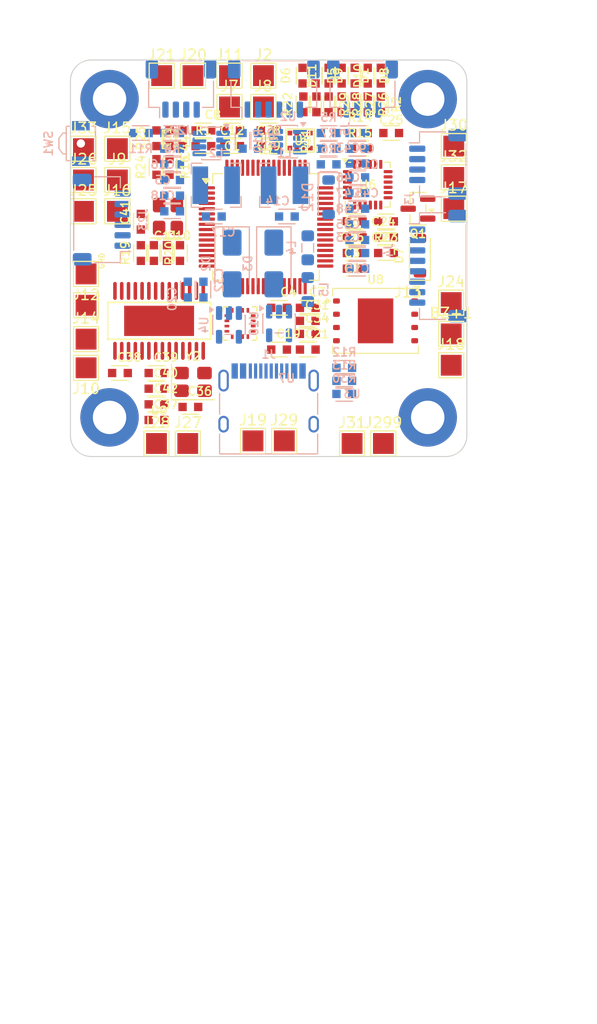
<source format=kicad_pcb>
(kicad_pcb (version 20241229) (generator "pcbnew") (generator_version "9.0")
  (layers (0 "F.Cu" signal) (4 "In1.Cu" signal) (6 "In2.Cu" signal) (2 "B.Cu" signal) (13 "F.Paste" user) (15 "B.Paste" user) (5 "F.SilkS" user "F.Silkscreen") (7 "B.SilkS" user "B.Silkscreen") (1 "F.Mask" user) (3 "B.Mask" user) (25 "Edge.Cuts" user))
  (net 0 "")
  (net 1 "BZ-")
  (net 2 "+3.3V")
  (net 3 "VBAT")
  (net 4 "Net-(U1-VCAP_2)")
  (net 5 "Net-(U1-VCAP_1)")
  (net 6 "Net-(U1-PH1)")
  (net 7 "Net-(U1-PH0)")
  (net 8 "Net-(U2-BS)")
  (net 9 "Net-(U2-LX)")
  (net 10 "Net-(U3-BS)")
  (net 11 "Net-(U3-LX)")
  (net 12 "+9V")
  (net 13 "Net-(U4-BP)")
  (net 14 "+3.3VA")
  (net 15 "Net-(U6-REGOUT)")
  (net 16 "Net-(U6-CPOUT)")
  (net 17 "+5VA")
  (net 18 "Net-(C33-Pad2)")
  (net 19 "Net-(U7-C1)")
  (net 20 "Net-(U9-CLKIN)")
  (net 21 "Net-(U9-XFB)")
  (net 22 "Net-(U9-VIN)")
  (net 23 "Net-(U9-VOUT)")
  (net 24 "Net-(D3-A)")
  (net 25 "Net-(D5-K)")
  (net 26 "Net-(D6-K)")
  (net 27 "Net-(J1-CC1)")
  (net 28 "/USB_DP")
  (net 29 "Net-(J1-CC2)")
  (net 31 "/USB_DM")
  (net 33 "/UART2_TX")
  (net 34 "/UART2_RX")
  (net 35 "/USART1_RX")
  (net 36 "/USART1_TX")
  (net 37 "/ESC_TLM")
  (net 38 "/CURR")
  (net 39 "/M1")
  (net 40 "/M2")
  (net 41 "/M4")
  (net 42 "/M3")
  (net 43 "/USART4_RX")
  (net 44 "/USART4_TX")
  (net 45 "Net-(U10-BP)")
  (net 47 "/USART5_TX")
  (net 48 "Net-(Q1-B)")
  (net 49 "/BOOT0")
  (net 50 "Net-(U3-EN)")
  (net 51 "Net-(U2-EN)")
  (net 52 "Net-(U2-FB)")
  (net 53 "Net-(U2-FS)")
  (net 54 "Net-(U3-FB)")
  (net 55 "Net-(U3-FS)")
  (net 56 "Net-(C47-Pad2)")
  (net 57 "+5V")
  (net 58 "Net-(U9-~{RESET})")
  (net 59 "/peripheral.kicad_sch/VBAT")
  (net 62 "VIDEO_IN")
  (net 64 "VIDEO_OUT")
  (net 65 "/NRST")
  (net 66 "VBAT_SENSE")
  (net 68 "/SWDIO")
  (net 69 "LED_RGB")
  (net 73 "BUZZER")
  (net 77 "/USART5_RX")
  (net 78 "OSD_CS")
  (net 79 "SPI1_SCK")
  (net 80 "FLASH_CS")
  (net 81 "SPI1_MOSI")
  (net 103 "SPI1_MISO")
  (net 117 "/SWCLK")
  (net 118 "I2C1_SDA")
  (net 119 "I2C1_SCL")
  (net 120 "MPU_INT")
  (net 121 "/LED_ARM2")
  (net 122 "/LED_ARM3")
  (net 123 "/BZ-")
  (net 124 "USART3_RX")
  (net 125 "USART3_TX")
  (net 126 "USB_DETECT")
  (net 127 "Net-(D12-A)")
  (net 128 "Net-(U10-OUT)")
  (net 129 "Net-(D1-K)")
  (net 130 "Net-(D8-K)")
  (net 131 "Net-(D9-K)")
  (net 132 "Net-(D10-K)")
  (net 133 "Net-(D11-K)")
  (net 134 "LED_MODE")
  (net 135 "LED_SYS")
  (net 136 "LED_ERR")
  (net 137 "LED_LOG")
  (net 138 "LED_VTX")
  (net 139 "LED_RX")
  (net 140 "LED_GPS")
  (net 141 "GND")
  (net 142 "/LED_ARM4")
  (net 143 "/LED_ARM1")
  (footprint "PCM_fab:C_0603" (layer "F.Cu") (at 200.25 88)
    (property "Reference" "C2" (at -0.25 0 0) (layer "F.SilkS") (effects (font (size 0.8 0.8))))
    (property "Value" "100nf")
    (pad "1" smd rect (at -0.75 0) (size 0.8 0.8) (layers "F.Cu" "F.Mask" "F.Paste") (net 2 "+3.3V"))
    (pad "2" smd rect (at 0.75 0) (size 0.8 0.8) (layers "F.Cu" "F.Mask" "F.Paste") (net 141 "GND"))
  )
  (footprint "PCM_fab:R_0603" (layer "F.Cu") (at 185.75 76.25)
    (property "Reference" "R1" (at 0 -1.5 0) (layer "F.SilkS") (effects (font (size 0.8 0.8))))
    (property "Value" "10k")
    (pad "1" smd rect (at -0.75 0) (size 0.8 0.8) (layers "F.Cu" "F.Mask" "F.Paste") (net 2 "+3.3V"))
    (pad "2" smd rect (at 0.75 0) (size 0.8 0.8) (layers "F.Cu" "F.Mask" "F.Paste") (net 65 "/NRST"))
  )
  (footprint "PCM_fab:C_0603" (layer "F.Cu") (at 182.5 75.5 -90)
    (property "Reference" "C44" (at 0.9 -1.5 90) (layer "F.SilkS") (effects (font (size 0.8 0.8))))
    (property "Value" "100nF")
    (pad "1" smd rect (at -0.75 0 270) (size 0.8 0.8) (layers "F.Cu" "F.Mask" "F.Paste") (net 66 "VBAT_SENSE"))
    (pad "2" smd rect (at 0.75 0 270) (size 0.8 0.8) (layers "F.Cu" "F.Mask" "F.Paste") (net 141 "GND"))
  )
  (footprint "TestPoint:TestPoint_Pad_2.0x2.0mm" (layer "F.Cu") (at 209.75 79.25)
    (property "Reference" "J32" (at 0 -1.998 0) (layer "F.SilkS"))
    (property "Value" "Conn_01x01")
    (pad "1" smd rect (at 0 0) (size 2 2) (layers "F.Cu" "F.Mask") (net 141 "GND"))
  )
  (footprint "TestPoint:TestPoint_Pad_2.0x2.0mm" (layer "F.Cu") (at 174.25 82.5)
    (property "Reference" "J25" (at 0 -1.998 0) (layer "F.SilkS"))
    (property "Value" "Conn_01x01")
    (pad "1" smd rect (at 0 0) (size 2 2) (layers "F.Cu" "F.Mask") (net 57 "+5V"))
  )
  (footprint "PCM_fab:C_0603" (layer "F.Cu") (at 183.5 86.5 -90)
    (property "Reference" "C10" (at -1.65 0.1 0) (layer "F.SilkS") (effects (font (size 0.8 0.8))))
    (property "Value" "22pF")
    (pad "1" smd rect (at -0.75 0 270) (size 0.8 0.8) (layers "F.Cu" "F.Mask" "F.Paste") (net 6 "Net-(U1-PH1)"))
    (pad "2" smd rect (at 0.75 0 270) (size 0.8 0.8) (layers "F.Cu" "F.Mask" "F.Paste") (net 141 "GND"))
  )
  (footprint "PCM_fab:LED_0603" (layer "F.Cu") (at 202.75 69.5 90)
    (property "Reference" "D1" (at 0 -1.6 90) (layer "F.SilkS") (effects (font (size 0.8 0.8))))
    (property "Value" "LED_0603")
    (pad "1" smd rect (at -0.75 0 90) (size 0.8 0.8) (layers "F.Cu" "F.Mask" "F.Paste") (net 129 "Net-(D1-K)"))
    (pad "2" smd rect (at 0.75 0 90) (size 0.8 0.8) (layers "F.Cu" "F.Mask" "F.Paste") (net 2 "+3.3V"))
  )
  (footprint "TestPoint:TestPoint_Pad_2.0x2.0mm" (layer "F.Cu") (at 174.5 97.5 180)
    (property "Reference" "J10" (at 0 -1.998 0) (layer "F.SilkS"))
    (property "Value" "Conn_01x01")
    (pad "1" smd rect (at 0 0 180) (size 2 2) (layers "F.Cu" "F.Mask") (net 141 "GND"))
  )
  (footprint "MountingHole:MountingHole_3.2mm_M3_DIN965_Pad" (layer "F.Cu") (at 176.75 102.25)
    (property "Reference" "REF**" (hide yes))
    (property "Value" "MountingHole_3.2mm_M3_DIN965_Pad" (hide yes))
    (pad "1" thru_hole circle (at 0 0) (size 5.6 5.6) (drill 3.2) (layers "*.Cu" "*.Mask"))
  )
  (footprint "PCM_fab:R_0603" (layer "F.Cu") (at 181.25 78.25 90)
    (property "Reference" "R24" (at 0 -1.5 90) (layer "F.SilkS") (effects (font (size 0.8 0.8))))
    (property "Value" "10kΩ")
    (pad "1" smd rect (at -0.75 0 90) (size 0.8 0.8) (layers "F.Cu" "F.Mask" "F.Paste") (net 66 "VBAT_SENSE"))
    (pad "2" smd rect (at 0.75 0 90) (size 0.8 0.8) (layers "F.Cu" "F.Mask" "F.Paste") (net 59 "/peripheral.kicad_sch/VBAT"))
  )
  (footprint "TestPoint:TestPoint_Pad_2.0x2.0mm" (layer "F.Cu") (at 188.25 72.5)
    (property "Reference" "J7" (at 0 -1.998 0) (layer "F.SilkS"))
    (property "Value" "Conn_01x01")
    (pad "1" smd rect (at 0 0) (size 2 2) (layers "F.Cu" "F.Mask") (net 65 "/NRST"))
  )
  (footprint "TestPoint:TestPoint_Pad_2.0x2.0mm" (layer "F.Cu") (at 174.5 91.5)
    (property "Reference" "J13" (at 30.85 -1.252 180) (layer "F.SilkS"))
    (property "Value" "Conn_01x01")
    (pad "1" smd rect (at 0 0) (size 2 2) (layers "F.Cu" "F.Mask") (net 33 "/UART2_TX"))
  )
  (footprint "PCM_fab:C_0603" (layer "F.Cu") (at 184.5 101.25)
    (property "Reference" "C36" (at 0.9 -1.5 0) (layer "F.SilkS") (effects (font (size 0.8 0.8))))
    (property "Value" "100nF")
    (pad "1" smd rect (at -0.75 0) (size 0.8 0.8) (layers "F.Cu" "F.Mask" "F.Paste") (net 14 "+3.3VA"))
    (pad "2" smd rect (at 0.75 0) (size 0.8 0.8) (layers "F.Cu" "F.Mask" "F.Paste") (net 141 "GND"))
  )
  (footprint "TestPoint:TestPoint_Pad_2.0x2.0mm" (layer "F.Cu") (at 181.75 69.5)
    (property "Reference" "J21" (at 0 -1.998 0) (layer "F.SilkS"))
    (property "Value" "Conn_01x01")
    (pad "1" smd rect (at 0 0) (size 2 2) (layers "F.Cu" "F.Mask") (net 3 "VBAT"))
  )
  (footprint "PCM_fab:C_0603" (layer "F.Cu") (at 179.75 83.5 90)
    (property "Reference" "C41" (at 0.9 -1.5 90) (layer "F.SilkS") (effects (font (size 0.8 0.8))))
    (property "Value" "100nF")
    (pad "1" smd rect (at -0.75 0 90) (size 0.8 0.8) (layers "F.Cu" "F.Mask" "F.Paste") (net 22 "Net-(U9-VIN)"))
    (pad "2" smd rect (at 0.75 0 90) (size 0.8 0.8) (layers "F.Cu" "F.Mask" "F.Paste") (net 62 "VIDEO_IN"))
  )
  (footprint "PCM_fab:C_0603" (layer "F.Cu") (at 185.75 74.75)
    (property "Reference" "C8" (at 0.9 -1.5 0) (layer "F.SilkS") (effects (font (size 0.8 0.8))))
    (property "Value" "100nF")
    (pad "1" smd rect (at -0.75 0) (size 0.8 0.8) (layers "F.Cu" "F.Mask" "F.Paste") (net 141 "GND"))
    (pad "2" smd rect (at 0.75 0) (size 0.8 0.8) (layers "F.Cu" "F.Mask" "F.Paste") (net 65 "/NRST"))
  )
  (footprint "PCM_fab:C_0603" (layer "F.Cu") (at 181.25 101)
    (property "Reference" "C42" (at 0.9 -1.5 0) (layer "F.SilkS") (effects (font (size 0.8 0.8))))
    (property "Value" "47uF")
    (pad "1" smd rect (at -0.75 0) (size 0.8 0.8) (layers "F.Cu" "F.Mask" "F.Paste") (net 23 "Net-(U9-VOUT)"))
    (pad "2" smd rect (at 0.75 0) (size 0.8 0.8) (layers "F.Cu" "F.Mask" "F.Paste") (net 64 "VIDEO_OUT"))
  )
  (footprint "PCM_fab:LED_0603" (layer "F.Cu") (at 201.5 69.5 -90)
    (property "Reference" "D8" (at 0 -1.6 90) (layer "F.SilkS") (effects (font (size 0.8 0.8))))
    (property "Value" "LED_0603")
    (pad "1" smd rect (at -0.75 0 270) (size 0.8 0.8) (layers "F.Cu" "F.Mask" "F.Paste") (net 130 "Net-(D8-K)"))
    (pad "2" smd rect (at 0.75 0 270) (size 0.8 0.8) (layers "F.Cu" "F.Mask" "F.Paste") (net 2 "+3.3V"))
  )
  (footprint "easyeda:LGA-16_L3.0-W3.0-P0.50-BL_SQ" (layer "F.Cu") (at 189.26 93.25 180)
    (property "Reference" "U7" (at -4.47 -5.26 0) (layer "B.SilkS") (effects (font (size 0.8 0.8)) (justify mirror)))
    (property "Value" "QMC5883L")
    (pad "1" smd rect (at -0.75 1.26) (size 0.25 0.45) (layers "F.Cu" "F.Mask" "F.Paste") (net 119 "I2C1_SCL"))
    (pad "2" smd rect (at -0.25 1.26) (size 0.25 0.45) (layers "F.Cu" "F.Mask" "F.Paste") (net 14 "+3.3VA"))
    (pad "3" smd rect (at 0.25 1.26) (size 0.25 0.45) (layers "F.Cu" "F.Mask" "F.Paste"))
    (pad "4" smd rect (at 0.75 1.26) (size 0.25 0.45) (layers "F.Cu" "F.Mask" "F.Paste") (net 14 "+3.3VA"))
    (pad "5" smd rect (at 1.26 0.75 270) (size 0.25 0.45) (layers "F.Cu" "F.Mask" "F.Paste"))
    (pad "6" smd rect (at 1.26 0.25 270) (size 0.25 0.45) (layers "F.Cu" "F.Mask" "F.Paste"))
    (pad "7" smd rect (at 1.26 -0.25 270) (size 0.25 0.45) (layers "F.Cu" "F.Mask" "F.Paste"))
    (pad "8" smd rect (at 1.26 -0.75 270) (size 0.25 0.45) (layers "F.Cu" "F.Mask" "F.Paste"))
    (pad "9" smd rect (at 0.75 -1.26) (size 0.25 0.45) (layers "F.Cu" "F.Mask" "F.Paste") (net 141 "GND"))
    (pad "10" smd rect (at 0.25 -1.26) (size 0.25 0.45) (layers "F.Cu" "F.Mask" "F.Paste") (net 19 "Net-(U7-C1)"))
    (pad "11" smd rect (at -0.25 -1.26) (size 0.25 0.45) (layers "F.Cu" "F.Mask" "F.Paste") (net 141 "GND"))
    (pad "12" smd rect (at -0.75 -1.26) (size 0.25 0.45) (layers "F.Cu" "F.Mask" "F.Paste"))
    (pad "13" smd rect (at -1.26 -0.75 270) (size 0.25 0.45) (layers "F.Cu" "F.Mask" "F.Paste") (net 14 "+3.3VA"))
    (pad "14" smd rect (at -1.26 -0.25 270) (size 0.25 0.45) (layers "F.Cu" "F.Mask" "F.Paste"))
    (pad "15" smd rect (at -1.26 0.25 270) (size 0.25 0.45) (layers "F.Cu" "F.Mask" "F.Paste"))
    (pad "16" smd rect (at -1.26 0.75 270) (size 0.25 0.45) (layers "F.Cu" "F.Mask" "F.Paste") (net 118 "I2C1_SDA"))
  )
  (footprint "PCM_fab:R_0603" (layer "F.Cu") (at 197.75 72.25 -90)
    (property "Reference" "R29" (at 0 -1.5 90) (layer "F.SilkS") (effects (font (size 0.8 0.8))))
    (property "Value" "1kΩ")
    (pad "1" smd rect (at -0.75 0 270) (size 0.8 0.8) (layers "F.Cu" "F.Mask" "F.Paste") (net 133 "Net-(D11-K)"))
    (pad "2" smd rect (at 0.75 0 270) (size 0.8 0.8) (layers "F.Cu" "F.Mask" "F.Paste") (net 140 "LED_GPS"))
  )
  (footprint "PCM_fab:R_0603" (layer "F.Cu") (at 203.25 86.5)
    (property "Reference" "R23" (at 0 -1.5 0) (layer "F.SilkS") (effects (font (size 0.8 0.8))))
    (property "Value" "10kΩ")
    (pad "1" smd rect (at -0.75 0) (size 0.8 0.8) (layers "F.Cu" "F.Mask" "F.Paste") (net 48 "Net-(Q1-B)"))
    (pad "2" smd rect (at 0.75 0) (size 0.8 0.8) (layers "F.Cu" "F.Mask" "F.Paste") (net 141 "GND"))
  )
  (footprint "PCM_fab:C_0603" (layer "F.Cu") (at 192 74.75)
    (property "Reference" "C28" (at 0 0 0) (layer "F.SilkS") (effects (font (size 0.8 0.8))))
    (property "Value" "100nF")
    (pad "1" smd rect (at -0.75 0) (size 0.8 0.8) (layers "F.Cu" "F.Mask" "F.Paste") (net 2 "+3.3V"))
    (pad "2" smd rect (at 0.75 0) (size 0.8 0.8) (layers "F.Cu" "F.Mask" "F.Paste") (net 141 "GND"))
  )
  (footprint "Package_QFP:LQFP-64_10x10mm_P0.5mm" (layer "F.Cu") (at 191.75 84)
    (property "Reference" "U1" (at 0 -7.4 0) (layer "F.SilkS") (effects (font (size 0.8 0.8))))
    (property "Value" "STM32F405RGTx")
    (pad "1" smd roundrect (at -5.675 -3.75) (size 1.55 0.3) (layers "F.Cu" "F.Mask" "F.Paste") (net 2 "+3.3V"))
    (pad "2" smd roundrect (at -5.675 -3.25) (size 1.55 0.3) (layers "F.Cu" "F.Mask" "F.Paste"))
    (pad "3" smd roundrect (at -5.675 -2.75) (size 1.55 0.3) (layers "F.Cu" "F.Mask" "F.Paste"))
    (pad "4" smd roundrect (at -5.675 -2.25) (size 1.55 0.3) (layers "F.Cu" "F.Mask" "F.Paste"))
    (pad "5" smd roundrect (at -5.675 -1.75) (size 1.55 0.3) (layers "F.Cu" "F.Mask" "F.Paste") (net 7 "Net-(U1-PH0)"))
    (pad "6" smd roundrect (at -5.675 -1.25) (size 1.55 0.3) (layers "F.Cu" "F.Mask" "F.Paste") (net 6 "Net-(U1-PH1)"))
    (pad "7" smd roundrect (at -5.675 -0.75) (size 1.55 0.3) (layers "F.Cu" "F.Mask" "F.Paste") (net 65 "/NRST"))
    (pad "8" smd roundrect (at -5.675 -0.25) (size 1.55 0.3) (layers "F.Cu" "F.Mask" "F.Paste") (net 66 "VBAT_SENSE"))
    (pad "9" smd roundrect (at -5.675 0.25) (size 1.55 0.3) (layers "F.Cu" "F.Mask" "F.Paste"))
    (pad "10" smd roundrect (at -5.675 0.75) (size 1.55 0.3) (layers "F.Cu" "F.Mask" "F.Paste") (net 73 "BUZZER"))
    (pad "11" smd roundrect (at -5.675 1.25) (size 1.55 0.3) (layers "F.Cu" "F.Mask" "F.Paste") (net 135 "LED_SYS"))
    (pad "12" smd roundrect (at -5.675 1.75) (size 1.55 0.3) (layers "F.Cu" "F.Mask" "F.Paste") (net 141 "GND"))
    (pad "13" smd roundrect (at -5.675 2.25) (size 1.55 0.3) (layers "F.Cu" "F.Mask" "F.Paste") (net 14 "+3.3VA"))
    (pad "14" smd roundrect (at -5.675 2.75) (size 1.55 0.3) (layers "F.Cu" "F.Mask" "F.Paste") (net 37 "/ESC_TLM"))
    (pad "15" smd roundrect (at -5.675 3.25) (size 1.55 0.3) (layers "F.Cu" "F.Mask" "F.Paste"))
    (pad "16" smd roundrect (at -5.675 3.75) (size 1.55 0.3) (layers "F.Cu" "F.Mask" "F.Paste") (net 33 "/UART2_TX"))
    (pad "17" smd roundrect (at -3.75 5.675) (size 0.3 1.55) (layers "F.Cu" "F.Mask" "F.Paste") (net 34 "/UART2_RX"))
    (pad "18" smd roundrect (at -3.25 5.675) (size 0.3 1.55) (layers "F.Cu" "F.Mask" "F.Paste") (net 141 "GND"))
    (pad "19" smd roundrect (at -2.75 5.675) (size 0.3 1.55) (layers "F.Cu" "F.Mask" "F.Paste") (net 2 "+3.3V"))
    (pad "20" smd roundrect (at -2.25 5.675) (size 0.3 1.55) (layers "F.Cu" "F.Mask" "F.Paste") (net 80 "FLASH_CS"))
    (pad "21" smd roundrect (at -1.75 5.675) (size 0.3 1.55) (layers "F.Cu" "F.Mask" "F.Paste") (net 79 "SPI1_SCK"))
    (pad "22" smd roundrect (at -1.25 5.675) (size 0.3 1.55) (layers "F.Cu" "F.Mask" "F.Paste") (net 103 "SPI1_MISO"))
    (pad "23" smd roundrect (at -0.75 5.675) (size 0.3 1.55) (layers "F.Cu" "F.Mask" "F.Paste") (net 81 "SPI1_MOSI"))
    (pad "24" smd roundrect (at -0.25 5.675) (size 0.3 1.55) (layers "F.Cu" "F.Mask" "F.Paste") (net 136 "LED_ERR"))
    (pad "25" smd roundrect (at 0.25 5.675) (size 0.3 1.55) (layers "F.Cu" "F.Mask" "F.Paste") (net 38 "/CURR"))
    (pad "26" smd roundrect (at 0.75 5.675) (size 0.3 1.55) (layers "F.Cu" "F.Mask" "F.Paste"))
    (pad "27" smd roundrect (at 1.25 5.675) (size 0.3 1.55) (layers "F.Cu" "F.Mask" "F.Paste") (net 140 "LED_GPS"))
    (pad "28" smd roundrect (at 1.75 5.675) (size 0.3 1.55) (layers "F.Cu" "F.Mask" "F.Paste") (net 139 "LED_RX"))
    (pad "29" smd roundrect (at 2.25 5.675) (size 0.3 1.55) (layers "F.Cu" "F.Mask" "F.Paste") (net 125 "USART3_TX"))
    (pad "30" smd roundrect (at 2.75 5.675) (size 0.3 1.55) (layers "F.Cu" "F.Mask" "F.Paste") (net 124 "USART3_RX"))
    (pad "31" smd roundrect (at 3.25 5.675) (size 0.3 1.55) (layers "F.Cu" "F.Mask" "F.Paste") (net 5 "Net-(U1-VCAP_1)"))
    (pad "32" smd roundrect (at 3.75 5.675) (size 0.3 1.55) (layers "F.Cu" "F.Mask" "F.Paste") (net 2 "+3.3V"))
    (pad "33" smd roundrect (at 5.675 3.75) (size 1.55 0.3) (layers "F.Cu" "F.Mask" "F.Paste") (net 78 "OSD_CS"))
    (pad "34" smd roundrect (at 5.675 3.25) (size 1.55 0.3) (layers "F.Cu" "F.Mask" "F.Paste") (net 134 "LED_MODE"))
    (pad "35" smd roundrect (at 5.675 2.75) (size 1.55 0.3) (layers "F.Cu" "F.Mask" "F.Paste") (net 137 "LED_LOG"))
    (pad "36" smd roundrect (at 5.675 2.25) (size 1.55 0.3) (layers "F.Cu" "F.Mask" "F.Paste") (net 138 "LED_VTX"))
    (pad "37" smd roundrect (at 5.675 1.75) (size 1.55 0.3) (layers "F.Cu" "F.Mask" "F.Paste") (net 39 "/M1"))
    (pad "38" smd roundrect (at 5.675 1.25) (size 1.55 0.3) (layers "F.Cu" "F.Mask" "F.Paste") (net 40 "/M2"))
    (pad "39" smd roundrect (at 5.675 0.75) (size 1.55 0.3) (layers "F.Cu" "F.Mask" "F.Paste") (net 42 "/M3"))
    (pad "40" smd roundrect (at 5.675 0.25) (size 1.55 0.3) (layers "F.Cu" "F.Mask" "F.Paste") (net 41 "/M4"))
    (pad "41" smd roundrect (at 5.675 -0.25) (size 1.55 0.3) (layers "F.Cu" "F.Mask" "F.Paste") (net 69 "LED_RGB"))
    (pad "42" smd roundrect (at 5.675 -0.75) (size 1.55 0.3) (layers "F.Cu" "F.Mask" "F.Paste") (net 36 "/USART1_TX"))
    (pad "43" smd roundrect (at 5.675 -1.25) (size 1.55 0.3) (layers "F.Cu" "F.Mask" "F.Paste") (net 35 "/USART1_RX"))
    (pad "44" smd roundrect (at 5.675 -1.75) (size 1.55 0.3) (layers "F.Cu" "F.Mask" "F.Paste") (net 31 "/USB_DM"))
    (pad "45" smd roundrect (at 5.675 -2.25) (size 1.55 0.3) (layers "F.Cu" "F.Mask" "F.Paste") (net 28 "/USB_DP"))
    (pad "46" smd roundrect (at 5.675 -2.75) (size 1.55 0.3) (layers "F.Cu" "F.Mask" "F.Paste") (net 68 "/SWDIO"))
    (pad "47" smd roundrect (at 5.675 -3.25) (size 1.55 0.3) (layers "F.Cu" "F.Mask" "F.Paste") (net 4 "Net-(U1-VCAP_2)"))
    (pad "48" smd roundrect (at 5.675 -3.75) (size 1.55 0.3) (layers "F.Cu" "F.Mask" "F.Paste") (net 2 "+3.3V"))
    (pad "49" smd roundrect (at 3.75 -5.675) (size 0.3 1.55) (layers "F.Cu" "F.Mask" "F.Paste") (net 117 "/SWCLK"))
    (pad "50" smd roundrect (at 3.25 -5.675) (size 0.3 1.55) (layers "F.Cu" "F.Mask" "F.Paste"))
    (pad "51" smd roundrect (at 2.75 -5.675) (size 0.3 1.55) (layers "F.Cu" "F.Mask" "F.Paste") (net 44 "/USART4_TX"))
    (pad "52" smd roundrect (at 2.25 -5.675) (size 0.3 1.55) (layers "F.Cu" "F.Mask" "F.Paste") (net 43 "/USART4_RX"))
    (pad "53" smd roundrect (at 1.75 -5.675) (size 0.3 1.55) (layers "F.Cu" "F.Mask" "F.Paste") (net 47 "/USART5_TX"))
    (pad "54" smd roundrect (at 1.25 -5.675) (size 0.3 1.55) (layers "F.Cu" "F.Mask" "F.Paste") (net 77 "/USART5_RX"))
    (pad "55" smd roundrect (at 0.75 -5.675) (size 0.3 1.55) (layers "F.Cu" "F.Mask" "F.Paste"))
    (pad "56" smd roundrect (at 0.25 -5.675) (size 0.3 1.55) (layers "F.Cu" "F.Mask" "F.Paste"))
    (pad "57" smd roundrect (at -0.25 -5.675) (size 0.3 1.55) (layers "F.Cu" "F.Mask" "F.Paste") (net 120 "MPU_INT"))
    (pad "58" smd roundrect (at -0.75 -5.675) (size 0.3 1.55) (layers "F.Cu" "F.Mask" "F.Paste") (net 119 "I2C1_SCL"))
    (pad "59" smd roundrect (at -1.25 -5.675) (size 0.3 1.55) (layers "F.Cu" "F.Mask" "F.Paste") (net 118 "I2C1_SDA"))
    (pad "60" smd roundrect (at -1.75 -5.675) (size 0.3 1.55) (layers "F.Cu" "F.Mask" "F.Paste") (net 49 "/BOOT0"))
    (pad "61" smd roundrect (at -2.25 -5.675) (size 0.3 1.55) (layers "F.Cu" "F.Mask" "F.Paste"))
    (pad "62" smd roundrect (at -2.75 -5.675) (size 0.3 1.55) (layers "F.Cu" "F.Mask" "F.Paste") (net 126 "USB_DETECT"))
    (pad "63" smd roundrect (at -3.25 -5.675) (size 0.3 1.55) (layers "F.Cu" "F.Mask" "F.Paste") (net 141 "GND"))
    (pad "64" smd roundrect (at -3.75 -5.675) (size 0.3 1.55) (layers "F.Cu" "F.Mask" "F.Paste") (net 2 "+3.3V"))
  )
  (footprint "TestPoint:TestPoint_Pad_2.0x2.0mm" (layer "F.Cu") (at 174.25 79.5)
    (property "Reference" "J26" (at 0 -1.998 0) (layer "F.SilkS"))
    (property "Value" "Conn_01x01")
    (pad "1" smd rect (at 0 0) (size 2 2) (layers "F.Cu" "F.Mask") (net 141 "GND"))
  )
  (footprint "MountingHole:MountingHole_3.2mm_M3_DIN965_Pad" (layer "F.Cu") (at 176.75 71.75)
    (property "Reference" "REF**" (hide yes))
    (property "Value" "MountingHole_3.2mm_M3_DIN965_Pad" (hide yes))
    (pad "1" thru_hole circle (at 0 0) (size 5.6 5.6) (drill 3.2) (layers "*.Cu" "*.Mask"))
  )
  (footprint "PCM_fab:C_0603" (layer "F.Cu") (at 203.253623 83.464862)
    (property "Reference" "C24" (at -0.253623 0.035138 0) (layer "F.SilkS") (effects (font (size 0.8 0.8))))
    (property "Value" "100nF")
    (pad "1" smd rect (at -0.75 0) (size 0.8 0.8) (layers "F.Cu" "F.Mask" "F.Paste") (net 15 "Net-(U6-REGOUT)"))
    (pad "2" smd rect (at 0.75 0) (size 0.8 0.8) (layers "F.Cu" "F.Mask" "F.Paste") (net 141 "GND"))
  )
  (footprint "TestPoint:TestPoint_Pad_2.0x2.0mm" (layer "F.Cu") (at 174.5 88.5 180)
    (property "Reference" "J12" (at 0 -1.998 0) (layer "F.SilkS"))
    (property "Value" "Conn_01x01")
    (pad "1" smd rect (at 0 0 180) (size 2 2) (layers "F.Cu" "F.Mask") (net 34 "/UART2_RX"))
  )
  (footprint "TestPoint:TestPoint_Pad_2.0x2.0mm" (layer "F.Cu") (at 191.5 72.5)
    (property "Reference" "J8" (at 0 -1.998 0) (layer "F.SilkS"))
    (property "Value" "Conn_01x01")
    (pad "1" smd rect (at 0 0) (size 2 2) (layers "F.Cu" "F.Mask") (net 141 "GND"))
  )
  (footprint "TestPoint:TestPoint_Pad_2.0x2.0mm" (layer "F.Cu") (at 188.25 69.5)
    (property "Reference" "J11" (at 0 -1.998 0) (layer "F.SilkS"))
    (property "Value" "Conn_01x01")
    (pad "1" smd rect (at 0 0) (size 2 2) (layers "F.Cu" "F.Mask") (net 68 "/SWDIO"))
  )
  (footprint "PCM_fab:LED_0603" (layer "F.Cu") (at 196.5 69.5 -90)
    (property "Reference" "D5" (at 0 -1.6 90) (layer "F.SilkS") (effects (font (size 0.8 0.8))))
    (property "Value" "LED_0603")
    (pad "1" smd rect (at -0.75 0 270) (size 0.8 0.8) (layers "F.Cu" "F.Mask" "F.Paste") (net 25 "Net-(D5-K)"))
    (pad "2" smd rect (at 0.75 0 270) (size 0.8 0.8) (layers "F.Cu" "F.Mask" "F.Paste") (net 2 "+3.3V"))
  )
  (footprint "PCM_fab:C_0603" (layer "F.Cu") (at 195.75 93)
    (property "Reference" "C31" (at 0.9 -1.5 0) (layer "F.SilkS") (effects (font (size 0.8 0.8))))
    (property "Value" "100nF")
    (pad "1" smd rect (at -0.75 0) (size 0.8 0.8) (layers "F.Cu" "F.Mask" "F.Paste") (net 2 "+3.3V"))
    (pad "2" smd rect (at 0.75 0) (size 0.8 0.8) (layers "F.Cu" "F.Mask" "F.Paste") (net 141 "GND"))
  )
  (footprint "PCM_fab:C_0603" (layer "F.Cu") (at 181.25 102.5)
    (property "Reference" "C37" (at 0.9 -1.5 0) (layer "F.SilkS") (effects (font (size 0.8 0.8))))
    (property "Value" "100nF")
    (pad "1" smd rect (at -0.75 0) (size 0.8 0.8) (layers "F.Cu" "F.Mask" "F.Paste") (net 17 "+5VA"))
    (pad "2" smd rect (at 0.75 0) (size 0.8 0.8) (layers "F.Cu" "F.Mask" "F.Paste") (net 141 "GND"))
  )
  (footprint "PCM_fab:C_0603" (layer "F.Cu") (at 193 95.75)
    (property "Reference" "C19" (at 0.9 -1.5 0) (layer "F.SilkS") (effects (font (size 0.8 0.8))))
    (property "Value" "10uF")
    (pad "1" smd rect (at -0.75 0) (size 0.8 0.8) (layers "F.Cu" "F.Mask" "F.Paste") (net 57 "+5V"))
    (pad "2" smd rect (at 0.75 0) (size 0.8 0.8) (layers "F.Cu" "F.Mask" "F.Paste") (net 141 "GND"))
  )
  (footprint "Package_SON:WSON-8-1EP_8x6mm_P1.27mm_EP3.4x4.3mm" (layer "F.Cu") (at 202.25 93)
    (property "Reference" "U8" (at 0 -3.95 0) (layer "F.SilkS") (effects (font (size 0.8 0.8))))
    (property "Value" "W25Q128JVE")
    (pad "1" smd roundrect (at -3.75 -1.905) (size 0.65 0.5) (layers "F.Cu" "F.Mask" "F.Paste") (net 80 "FLASH_CS"))
    (pad "2" smd roundrect (at -3.75 -0.635) (size 0.65 0.5) (layers "F.Cu" "F.Mask" "F.Paste") (net 103 "SPI1_MISO"))
    (pad "3" smd roundrect (at -3.75 0.635) (size 0.65 0.5) (layers "F.Cu" "F.Mask" "F.Paste") (net 2 "+3.3V"))
    (pad "4" smd roundrect (at -3.75 1.905) (size 0.65 0.5) (layers "F.Cu" "F.Mask" "F.Paste") (net 141 "GND"))
    (pad "5" smd roundrect (at 3.75 1.905) (size 0.65 0.5) (layers "F.Cu" "F.Mask" "F.Paste") (net 81 "SPI1_MOSI"))
    (pad "6" smd roundrect (at 3.75 0.635) (size 0.65 0.5) (layers "F.Cu" "F.Mask" "F.Paste") (net 79 "SPI1_SCK"))
    (pad "7" smd roundrect (at 3.75 -0.635) (size 0.65 0.5) (layers "F.Cu" "F.Mask" "F.Paste") (net 2 "+3.3V"))
    (pad "8" smd roundrect (at 3.75 -1.905) (size 0.65 0.5) (layers "F.Cu" "F.Mask" "F.Paste") (net 2 "+3.3V"))
    (pad "9" smd rect (at 0 0) (size 3.4 4.3) (property pad_prop_heatsink) (layers "F.Cu" "F.Mask") (net 141 "GND"))
  )
  (footprint "PCM_fab:C_0603" (layer "F.Cu") (at 195.75 94.25)
    (property "Reference" "C34" (at 0.9 -1.5 0) (layer "F.SilkS") (effects (font (size 0.8 0.8))))
    (property "Value" "220nF")
    (pad "1" smd rect (at -0.75 0) (size 0.8 0.8) (layers "F.Cu" "F.Mask" "F.Paste") (net 19 "Net-(U7-C1)"))
    (pad "2" smd rect (at 0.75 0) (size 0.8 0.8) (layers "F.Cu" "F.Mask" "F.Paste") (net 141 "GND"))
  )
  (footprint "PCM_fab:C_0603" (layer "F.Cu") (at 195.75 95.75)
    (property "Reference" "C21" (at 0.9 -1.5 0) (layer "F.SilkS") (effects (font (size 0.8 0.8))))
    (property "Value" "22uF")
    (pad "1" smd rect (at -0.75 0) (size 0.8 0.8) (layers "F.Cu" "F.Mask" "F.Paste") (net 2 "+3.3V"))
    (pad "2" smd rect (at 0.75 0) (size 0.8 0.8) (layers "F.Cu" "F.Mask" "F.Paste") (net 141 "GND"))
  )
  (footprint "Sensor_Motion:InvenSense_QFN-24_4x4mm_P0.5mm" (layer "F.Cu") (at 201.5 79.95)
    (property "Reference" "U6" (at 0 0 0) (layer "F.SilkS") (effects (font (size 0.8 0.8))))
    (property "Value" "MPU-6050")
    (pad "1" smd roundrect (at -1.95 -1.25) (size 0.85 0.3) (layers "F.Cu" "F.Mask" "F.Paste") (net 141 "GND"))
    (pad "2" smd roundrect (at -1.95 -0.75) (size 0.85 0.3) (layers "F.Cu" "F.Mask" "F.Paste"))
    (pad "3" smd roundrect (at -1.95 -0.25) (size 0.85 0.3) (layers "F.Cu" "F.Mask" "F.Paste"))
    (pad "4" smd roundrect (at -1.95 0.25) (size 0.85 0.3) (layers "F.Cu" "F.Mask" "F.Paste"))
    (pad "5" smd roundrect (at -1.95 0.75) (size 0.85 0.3) (layers "F.Cu" "F.Mask" "F.Paste"))
    (pad "6" smd roundrect (at -1.95 1.25) (size 0.85 0.3) (layers "F.Cu" "F.Mask" "F.Paste"))
    (pad "7" smd roundrect (at -1.25 1.95 90) (size 0.85 0.3) (layers "F.Cu" "F.Mask" "F.Paste"))
    (pad "8" smd roundrect (at -0.75 1.95 90) (size 0.85 0.3) (layers "F.Cu" "F.Mask" "F.Paste") (net 14 "+3.3VA"))
    (pad "9" smd roundrect (at -0.25 1.95 90) (size 0.85 0.3) (layers "F.Cu" "F.Mask" "F.Paste") (net 141 "GND"))
    (pad "10" smd roundrect (at 0.25 1.95 90) (size 0.85 0.3) (layers "F.Cu" "F.Mask" "F.Paste") (net 15 "Net-(U6-REGOUT)"))
    (pad "11" smd roundrect (at 0.75 1.95 90) (size 0.85 0.3) (layers "F.Cu" "F.Mask" "F.Paste") (net 141 "GND"))
    (pad "12" smd roundrect (at 1.25 1.95 90) (size 0.85 0.3) (layers "F.Cu" "F.Mask" "F.Paste") (net 120 "MPU_INT"))
    (pad "13" smd roundrect (at 1.95 1.25) (size 0.85 0.3) (layers "F.Cu" "F.Mask" "F.Paste") (net 14 "+3.3VA"))
    (pad "14" smd roundrect (at 1.95 0.75) (size 0.85 0.3) (layers "F.Cu" "F.Mask" "F.Paste"))
    (pad "15" smd roundrect (at 1.95 0.25) (size 0.85 0.3) (layers "F.Cu" "F.Mask" "F.Paste"))
    (pad "16" smd roundrect (at 1.95 -0.25) (size 0.85 0.3) (layers "F.Cu" "F.Mask" "F.Paste"))
    (pad "17" smd roundrect (at 1.95 -0.75) (size 0.85 0.3) (layers "F.Cu" "F.Mask" "F.Paste"))
    (pad "18" smd roundrect (at 1.95 -1.25) (size 0.85 0.3) (layers "F.Cu" "F.Mask" "F.Paste") (net 141 "GND"))
    (pad "19" smd roundrect (at 1.25 -1.95 90) (size 0.85 0.3) (layers "F.Cu" "F.Mask" "F.Paste"))
    (pad "20" smd roundrect (at 0.75 -1.95 90) (size 0.85 0.3) (layers "F.Cu" "F.Mask" "F.Paste") (net 16 "Net-(U6-CPOUT)"))
    (pad "21" smd roundrect (at 0.25 -1.95 90) (size 0.85 0.3) (layers "F.Cu" "F.Mask" "F.Paste"))
    (pad "22" smd roundrect (at -0.25 -1.95 90) (size 0.85 0.3) (layers "F.Cu" "F.Mask" "F.Paste"))
    (pad "23" smd roundrect (at -0.75 -1.95 90) (size 0.85 0.3) (layers "F.Cu" "F.Mask" "F.Paste") (net 119 "I2C1_SCL"))
    (pad "24" smd roundrect (at -1.25 -1.95 90) (size 0.85 0.3) (layers "F.Cu" "F.Mask" "F.Paste") (net 118 "I2C1_SDA"))
  )
  (footprint "Crystal:Crystal_SMD_3225-4Pin_3.2x2.5mm" (layer "F.Cu") (at 182.35 83 90)
    (property "Reference" "Y1" (hide yes))
    (property "Value" "8Mhz")
    (pad "1" smd roundrect (at -1.1 0.85 90) (size 1.4 1.2) (layers "F.Cu" "F.Mask" "F.Paste") (roundrect_rratio 0.208333) (net 7 "Net-(U1-PH0)"))
    (pad "2" smd roundrect (at 1.1 0.85 90) (size 1.4 1.2) (layers "F.Cu" "F.Mask" "F.Paste") (roundrect_rratio 0.208333) (net 141 "GND"))
    (pad "3" smd roundrect (at 1.1 -0.85 90) (size 1.4 1.2) (layers "F.Cu" "F.Mask" "F.Paste") (roundrect_rratio 0.208333) (net 6 "Net-(U1-PH1)"))
    (pad "4" smd roundrect (at -1.1 -0.85 90) (size 1.4 1.2) (layers "F.Cu" "F.Mask" "F.Paste") (roundrect_rratio 0.208333) (net 141 "GND"))
  )
  (footprint "PCM_fab:LED_0603" (layer "F.Cu") (at 195.25 69.5 90)
    (property "Reference" "D6" (at 0 -1.6 90) (layer "F.SilkS") (effects (font (size 0.8 0.8))))
    (property "Value" "LED_0603")
    (pad "1" smd rect (at -0.75 0 90) (size 0.8 0.8) (layers "F.Cu" "F.Mask" "F.Paste") (net 26 "Net-(D6-K)"))
    (pad "2" smd rect (at 0.75 0 90) (size 0.8 0.8) (layers "F.Cu" "F.Mask" "F.Paste") (net 2 "+3.3V"))
  )
  (footprint "PCM_fab:C_0603" (layer "F.Cu") (at 195.75 91.75)
    (property "Reference" "C7" (at 0.9 -1.5 0) (layer "F.SilkS") (effects (font (size 0.8 0.8))))
    (property "Value" "2.2uF")
    (pad "1" smd rect (at -0.75 0) (size 0.8 0.8) (layers "F.Cu" "F.Mask" "F.Paste") (net 5 "Net-(U1-VCAP_1)"))
    (pad "2" smd rect (at 0.75 0) (size 0.8 0.8) (layers "F.Cu" "F.Mask" "F.Paste") (net 141 "GND"))
  )
  (footprint "PCM_fab:R_0603" (layer "F.Cu") (at 199 72.25 -90)
    (property "Reference" "R28" (at 0 -1.5 90) (layer "F.SilkS") (effects (font (size 0.8 0.8))))
    (property "Value" "1kΩ")
    (pad "1" smd rect (at -0.75 0 270) (size 0.8 0.8) (layers "F.Cu" "F.Mask" "F.Paste") (net 132 "Net-(D10-K)"))
    (pad "2" smd rect (at 0.75 0 270) (size 0.8 0.8) (layers "F.Cu" "F.Mask" "F.Paste") (net 139 "LED_RX"))
  )
  (footprint "TestPoint:TestPoint_Pad_2.0x2.0mm" (layer "F.Cu") (at 193.5 104.5)
    (property "Reference" "J29" (at 0 -1.998 0) (layer "F.SilkS"))
    (property "Value" "Conn_01x01")
    (pad "1" smd rect (at 0 0) (size 2 2) (layers "F.Cu" "F.Mask") (net 141 "GND"))
  )
  (footprint "TestPoint:TestPoint_Pad_2.0x2.0mm" (layer "F.Cu") (at 203 104.75)
    (property "Reference" "J299" (at 0 -1.998 0) (layer "F.SilkS"))
    (property "Value" "Conn_01x01")
    (pad "1" smd rect (at 0 0) (size 2 2) (layers "F.Cu" "F.Mask") (net 143 "/LED_ARM1"))
  )
  (footprint "TestPoint:TestPoint_Pad_2.0x2.0mm" (layer "F.Cu") (at 191.5 69.5)
    (property "Reference" "J2" (at 0 -1.998 0) (layer "F.SilkS"))
    (property "Value" "Conn_01x01")
    (pad "1" smd rect (at 0 0) (size 2 2) (layers "F.Cu" "F.Mask") (net 117 "/SWCLK"))
  )
  (footprint "TestPoint:TestPoint_Pad_2.0x2.0mm" (layer "F.Cu") (at 184.75 69.5)
    (property "Reference" "J20" (at 0 -1.998 0) (layer "F.SilkS"))
    (property "Value" "Conn_01x01")
    (pad "1" smd rect (at 0 0) (size 2 2) (layers "F.Cu" "F.Mask") (net 141 "GND"))
  )
  (footprint "PCM_fab:R_0603" (layer "F.Cu") (at 200.75 76.5)
    (property "Reference" "R15" (at 0 -1.5 0) (layer "F.SilkS") (effects (font (size 0.8 0.8))))
    (property "Value" "4.7kΩ")
    (pad "1" smd rect (at -0.75 0) (size 0.8 0.8) (layers "F.Cu" "F.Mask" "F.Paste") (net 119 "I2C1_SCL"))
    (pad "2" smd rect (at 0.75 0) (size 0.8 0.8) (layers "F.Cu" "F.Mask" "F.Paste") (net 14 "+3.3VA"))
  )
  (footprint "MountingHole:MountingHole_3.2mm_M3_DIN965_Pad" (layer "F.Cu") (at 207.25 71.75)
    (property "Reference" "REF**" (hide yes))
    (property "Value" "MountingHole_3.2mm_M3_DIN965_Pad" (hide yes))
    (pad "1" thru_hole circle (at 0 0) (size 5.6 5.6) (drill 3.2) (layers "*.Cu" "*.Mask"))
  )
  (footprint "TestPoint:TestPoint_Pad_2.0x2.0mm" (layer "F.Cu") (at 209.75 82.25)
    (property "Reference" "J17" (at 0 -1.998 0) (layer "F.SilkS"))
    (property "Value" "Conn_01x01")
    (pad "1" smd rect (at 0 0) (size 2 2) (layers "F.Cu" "F.Mask") (net 57 "+5V"))
  )
  (footprint "TestPoint:TestPoint_Pad_2.0x2.0mm" (layer "F.Cu") (at 181.25 104.75)
    (property "Reference" "J28" (at 0 -1.998 0) (layer "F.SilkS"))
    (property "Value" "Conn_01x01")
    (pad "1" smd rect (at 0 0) (size 2 2) (layers "F.Cu" "F.Mask") (net 57 "+5V"))
  )
  (footprint "PCM_fab:R_0603" (layer "F.Cu") (at 200.25 72.25 -90)
    (property "Reference" "R27" (at 0 -1.5 90) (layer "F.SilkS") (effects (font (size 0.8 0.8))))
    (property "Value" "1kΩ")
    (pad "1" smd rect (at -0.75 0 270) (size 0.8 0.8) (layers "F.Cu" "F.Mask" "F.Paste") (net 131 "Net-(D9-K)"))
    (pad "2" smd rect (at 0.75 0 270) (size 0.8 0.8) (layers "F.Cu" "F.Mask" "F.Paste") (net 138 "LED_VTX"))
  )
  (footprint "PCM_fab:R_0603" (layer "F.Cu") (at 196.58 72.25 -90)
    (property "Reference" "R21" (at 3.5 1 90) (layer "F.SilkS") (effects (font (size 0.8 0.8))))
    (property "Value" "1kΩ")
    (pad "1" smd rect (at -0.75 0 270) (size 0.8 0.8) (layers "F.Cu" "F.Mask" "F.Paste") (net 25 "Net-(D5-K)"))
    (pad "2" smd rect (at 0.75 0 270) (size 0.8 0.8) (layers "F.Cu" "F.Mask" "F.Paste") (net 135 "LED_SYS"))
  )
  (footprint "PCM_fab:C_0603" (layer "F.Cu") (at 181.25 99.5)
    (property "Reference" "C40" (at 0.9 -1.5 0) (layer "F.SilkS") (effects (font (size 0.8 0.8))))
    (property "Value" "22pF")
    (pad "1" smd rect (at -0.75 0) (size 0.8 0.8) (layers "F.Cu" "F.Mask" "F.Paste") (net 21 "Net-(U9-XFB)"))
    (pad "2" smd rect (at 0.75 0) (size 0.8 0.8) (layers "F.Cu" "F.Mask" "F.Paste") (net 141 "GND"))
  )
  (footprint "TestPoint:TestPoint_Pad_2.0x2.0mm" (layer "F.Cu") (at 177.5 82.5)
    (property "Reference" "J16" (at 0 -1.998 0) (layer "F.SilkS"))
    (property "Value" "Conn_01x01")
    (pad "1" smd rect (at 0 0) (size 2 2) (layers "F.Cu" "F.Mask") (net 62 "VIDEO_IN"))
  )
  (footprint "PCM_fab:LED_0603" (layer "F.Cu") (at 200.25 69.5 90)
    (property "Reference" "D9" (at 0 -1.6 90) (layer "F.SilkS") (effects (font (size 0.8 0.8))))
    (property "Value" "LED_0603")
    (pad "1" smd rect (at -0.75 0 90) (size 0.8 0.8) (layers "F.Cu" "F.Mask" "F.Paste") (net 131 "Net-(D9-K)"))
    (pad "2" smd rect (at 0.75 0 90) (size 0.8 0.8) (layers "F.Cu" "F.Mask" "F.Paste") (net 2 "+3.3V"))
  )
  (footprint "TestPoint:TestPoint_Pad_2.0x2.0mm" (layer "F.Cu") (at 209.5 94.25)
    (property "Reference" "BZ+1" (at 0 -1.998 0) (layer "F.SilkS"))
    (property "Value" "Conn_01x01")
    (pad "1" smd rect (at 0 0) (size 2 2) (layers "F.Cu" "F.Mask") (net 57 "+5V"))
  )
  (footprint "Package_TO_SOT_SMD:SOT-23" (layer "F.Cu") (at 206.3125 82.25 180)
    (property "Reference" "Q1" (at 0 -2.4 0) (layer "F.SilkS") (effects (font (size 0.8 0.8))))
    (property "Value" "SS8050")
    (pad "1" smd roundrect (at -0.9375 -0.95 180) (size 1.475 0.6) (layers "F.Cu" "F.Mask" "F.Paste") (net 48 "Net-(Q1-B)"))
    (pad "2" smd roundrect (at -0.9375 0.95 180) (size 1.475 0.6) (layers "F.Cu" "F.Mask" "F.Paste") (net 141 "GND"))
    (pad "3" smd roundrect (at 0.9375 0 180) (size 1.475 0.6) (layers "F.Cu" "F.Mask" "F.Paste") (net 1 "BZ-"))
  )
  (footprint "PCM_fab:C_0603" (layer "F.Cu") (at 181.25 98)
    (property "Reference" "C39" (at 0.9 -1.5 0) (layer "F.SilkS") (effects (font (size 0.8 0.8))))
    (property "Value" "22pF")
    (pad "1" smd rect (at -0.75 0) (size 0.8 0.8) (layers "F.Cu" "F.Mask" "F.Paste") (net 20 "Net-(U9-CLKIN)"))
    (pad "2" smd rect (at 0.75 0) (size 0.8 0.8) (layers "F.Cu" "F.Mask" "F.Paste") (net 141 "GND"))
  )
  (footprint "easyeda:SENSOR-SMD_SPL06-001" (layer "F.Cu") (at 195.02 75.72)
    (property "Reference" "U5" (at 0.23 0.03 0) (layer "F.SilkS") (effects (font (size 0.8 0.8))))
    (property "Value" "SPL06-001")
    (pad "1" smd rect (at 0.98 0.72) (size 0.45 0.45) (layers "F.Cu" "F.Mask" "F.Paste") (net 141 "GND"))
    (pad "2" smd rect (at 0.32 0.72) (size 0.45 0.45) (layers "F.Cu" "F.Mask" "F.Paste") (net 2 "+3.3V"))
    (pad "3" smd rect (at -0.32 0.72) (size 0.45 0.45) (layers "F.Cu" "F.Mask" "F.Paste") (net 118 "I2C1_SDA"))
    (pad "4" smd rect (at -0.98 0.72) (size 0.45 0.45) (layers "F.Cu" "F.Mask" "F.Paste") (net 119 "I2C1_SCL"))
    (pad "5" smd rect (at -0.98 -0.72) (size 0.45 0.45) (layers "F.Cu" "F.Mask" "F.Paste") (net 141 "GND"))
    (pad "6" smd rect (at -0.32 -0.72) (size 0.45 0.45) (layers "F.Cu" "F.Mask" "F.Paste") (net 2 "+3.3V"))
    (pad "7" smd rect (at 0.32 -0.72) (size 0.45 0.45) (layers "F.Cu" "F.Mask" "F.Paste") (net 141 "GND"))
    (pad "8" smd rect (at 0.98 -0.72) (size 0.45 0.45) (layers "F.Cu" "F.Mask" "F.Paste") (net 2 "+3.3V"))
  )
  (footprint "Diode_SMD:D_SOD-123" (layer "F.Cu") (at 206.5 86.75 90)
    (property "Reference" "D7" (at 0 -2 90) (layer "F.SilkS") (effects (font (size 0.8 0.8))))
    (property "Value" "1N4148")
    (pad "1" smd roundrect (at -1.65 0 90) (size 0.9 1.2) (layers "F.Cu" "F.Mask" "F.Paste") (net 57 "+5V"))
    (pad "2" smd roundrect (at 1.65 0 90) (size 0.9 1.2) (layers "F.Cu" "F.Mask" "F.Paste") (net 1 "BZ-"))
  )
  (footprint "PCM_fab:R_0603" (layer "F.Cu") (at 195.33 72.25 90)
    (property "Reference" "R22" (at 0 -1.5 90) (layer "F.SilkS") (effects (font (size 0.8 0.8))))
    (property "Value" "1kΩ")
    (pad "1" smd rect (at -0.75 0 90) (size 0.8 0.8) (layers "F.Cu" "F.Mask" "F.Paste") (net 26 "Net-(D6-K)"))
    (pad "2" smd rect (at 0.75 0 90) (size 0.8 0.8) (layers "F.Cu" "F.Mask" "F.Paste") (net 136 "LED_ERR"))
  )
  (footprint "PCM_fab:C_0603" (layer "F.Cu") (at 188.5 74.75)
    (property "Reference" "C12" (at 0 0 0) (layer "F.SilkS") (effects (font (size 0.8 0.8))))
    (property "Value" "100nf")
    (pad "1" smd rect (at -0.75 0) (size 0.8 0.8) (layers "F.Cu" "F.Mask" "F.Paste") (net 2 "+3.3V"))
    (pad "2" smd rect (at 0.75 0) (size 0.8 0.8) (layers "F.Cu" "F.Mask" "F.Paste") (net 141 "GND"))
  )
  (footprint "easyeda:TSSOP-28_L9.7-W4.4-P0.65-LS6.4-BL-EP-2" (layer "F.Cu") (at 181.5 93 180)
    (property "Reference" "U9" (at 0 -8.62 0) (layer "F.SilkS") (effects (font (size 0.8 0.8))))
    (property "Value" "AT7456E")
    (pad "1" smd oval (at -4.23 2.87 180) (size 0.34 1.73) (layers "F.Cu" "F.Mask" "F.Paste"))
    (pad "2" smd oval (at -3.58 2.87 180) (size 0.34 1.73) (layers "F.Cu" "F.Mask" "F.Paste"))
    (pad "3" smd oval (at -2.93 2.87 180) (size 0.34 1.73) (layers "F.Cu" "F.Mask" "F.Paste") (net 14 "+3.3VA"))
    (pad "4" smd oval (at -2.28 2.87 180) (size 0.34 1.73) (layers "F.Cu" "F.Mask" "F.Paste") (net 141 "GND"))
    (pad "5" smd oval (at -1.63 2.87 180) (size 0.34 1.73) (layers "F.Cu" "F.Mask" "F.Paste") (net 20 "Net-(U9-CLKIN)"))
    (pad "6" smd oval (at -0.98 2.87 180) (size 0.34 1.73) (layers "F.Cu" "F.Mask" "F.Paste") (net 21 "Net-(U9-XFB)"))
    (pad "7" smd oval (at -0.32 2.87 180) (size 0.34 1.73) (layers "F.Cu" "F.Mask" "F.Paste"))
    (pad "8" smd oval (at 0.33 2.87 180) (size 0.34 1.73) (layers "F.Cu" "F.Mask" "F.Paste") (net 78 "OSD_CS"))
    (pad "9" smd oval (at 0.98 2.87 180) (size 0.34 1.73) (layers "F.Cu" "F.Mask" "F.Paste") (net 81 "SPI1_MOSI"))
    (pad "10" smd oval (at 1.63 2.87 180) (size 0.34 1.73) (layers "F.Cu" "F.Mask" "F.Paste") (net 79 "SPI1_SCK"))
    (pad "11" smd oval (at 2.28 2.87 180) (size 0.34 1.73) (layers "F.Cu" "F.Mask" "F.Paste") (net 103 "SPI1_MISO"))
    (pad "12" smd oval (at 2.93 2.87 180) (size 0.34 1.73) (layers "F.Cu" "F.Mask" "F.Paste"))
    (pad "13" smd oval (at 3.58 2.87 180) (size 0.34 1.73) (layers "F.Cu" "F.Mask" "F.Paste"))
    (pad "14" smd oval (at 4.23 2.87 180) (size 0.34 1.73) (layers "F.Cu" "F.Mask" "F.Paste"))
    (pad "15" smd oval (at 4.23 -2.87 180) (size 0.34 1.73) (layers "F.Cu" "F.Mask" "F.Paste"))
    (pad "16" smd oval (at 3.58 -2.87 180) (size 0.34 1.73) (layers "F.Cu" "F.Mask" "F.Paste"))
    (pad "17" smd oval (at 2.93 -2.87 180) (size 0.34 1.73) (layers "F.Cu" "F.Mask" "F.Paste"))
    (pad "18" smd oval (at 2.28 -2.87 180) (size 0.34 1.73) (layers "F.Cu" "F.Mask" "F.Paste"))
    (pad "19" smd oval (at 1.63 -2.87 180) (size 0.34 1.73) (layers "F.Cu" "F.Mask" "F.Paste") (net 58 "Net-(U9-~{RESET})"))
    (pad "20" smd oval (at 0.98 -2.87 180) (size 0.34 1.73) (layers "F.Cu" "F.Mask" "F.Paste") (net 141 "GND"))
    (pad "21" smd oval (at 0.33 -2.87 180) (size 0.34 1.73) (layers "F.Cu" "F.Mask" "F.Paste") (net 17 "+5VA"))
    (pad "22" smd oval (at -0.32 -2.87 180) (size 0.34 1.73) (layers "F.Cu" "F.Mask" "F.Paste") (net 22 "Net-(U9-VIN)"))
    (pad "23" smd oval (at -0.98 -2.87 180) (size 0.34 1.73) (layers "F.Cu" "F.Mask" "F.Paste") (net 141 "GND"))
    (pad "24" smd oval (at -1.63 -2.87 180) (size 0.34 1.73) (layers "F.Cu" "F.Mask" "F.Paste") (net 17 "+5VA"))
    (pad "25" smd oval (at -2.28 -2.87 180) (size 0.34 1.73) (layers "F.Cu" "F.Mask" "F.Paste"))
    (pad "26" smd oval (at -2.93 -2.87 180) (size 0.34 1.73) (layers "F.Cu" "F.Mask" "F.Paste") (net 23 "Net-(U9-VOUT)"))
    (pad "27" smd oval (at -3.58 -2.87 180) (size 0.34 1.73) (layers "F.Cu" "F.Mask" "F.Paste"))
    (pad "28" smd oval (at -4.23 -2.87 180) (size 0.34 1.73) (layers "F.Cu" "F.Mask" "F.Paste"))
    (pad "29" smd rect (at 0 0 180) (size 6.7 2.9) (layers "F.Cu" "F.Mask" "F.Paste") (net 141 "GND"))
  )
  (footprint "TestPoint:TestPoint_Pad_2.0x2.0mm" (layer "F.Cu") (at 200 104.75)
    (property "Reference" "J31" (at 0 -1.998 0) (layer "F.SilkS"))
    (property "Value" "Conn_01x01")
    (pad "1" smd rect (at 0 0) (size 2 2) (layers "F.Cu" "F.Mask") (net 57 "+5V"))
  )
  (footprint "MountingHole:MountingHole_3.2mm_M3_DIN965_Pad" (layer "F.Cu") (at 207.25 102.25)
    (property "Reference" "REF**" (hide yes))
    (property "Value" "MountingHole_3.2mm_M3_DIN965_Pad" (hide yes))
    (pad "1" thru_hole circle (at 0 0) (size 5.6 5.6) (drill 3.2) (layers "*.Cu" "*.Mask"))
  )
  (footprint "TestPoint:TestPoint_Pad_2.0x2.0mm" (layer "F.Cu") (at 177.5 76.5)
    (property "Reference" "J15" (at 0 -1.998 0) (layer "F.SilkS"))
    (property "Value" "Conn_01x01")
    (pad "1" smd rect (at 0 0) (size 2 2) (layers "F.Cu" "F.Mask") (net 141 "GND"))
  )
  (footprint "PCM_fab:C_0603" (layer "F.Cu") (at 203.75 75)
    (property "Reference" "C25" (at 0 -1.25 0) (layer "F.SilkS") (effects (font (size 0.8 0.8))))
    (property "Value" "2.2nF")
    (pad "1" smd rect (at -0.75 0) (size 0.8 0.8) (layers "F.Cu" "F.Mask" "F.Paste") (net 16 "Net-(U6-CPOUT)"))
    (pad "2" smd rect (at 0.75 0) (size 0.8 0.8) (layers "F.Cu" "F.Mask" "F.Paste") (net 141 "GND"))
  )
  (footprint "PCM_fab:C_0603" (layer "F.Cu") (at 200.25 85 180)
    (property "Reference" "C26" (at 0.25 0 0) (layer "F.SilkS") (effects (font (size 0.8 0.8))))
    (property "Value" "100nF")
    (pad "1" smd rect (at -0.75 0 180) (size 0.8 0.8) (layers "F.Cu" "F.Mask" "F.Paste") (net 141 "GND"))
    (pad "2" smd rect (at 0.75 0 180) (size 0.8 0.8) (layers "F.Cu" "F.Mask" "F.Paste") (net 14 "+3.3VA"))
  )
  (footprint "PCM_fab:R_0603" (layer "F.Cu") (at 183.75 75.5 90)
    (property "Reference" "R31" (at 0 -1.5 90) (layer "F.SilkS") (effects (font (size 0.8 0.8))))
    (property "Value" "100KΩ")
    (pad "1" smd rect (at -0.75 0 90) (size 0.8 0.8) (layers "F.Cu" "F.Mask" "F.Paste") (net 141 "GND"))
    (pad "2" smd rect (at 0.75 0 90) (size 0.8 0.8) (layers "F.Cu" "F.Mask" "F.Paste") (net 126 "USB_DETECT"))
  )
  (footprint "Crystal:Crystal_SMD_3225-4Pin_3.2x2.5mm" (layer "F.Cu") (at 184.75 98.85)
    (property "Reference" "Y2" (at 0 -2.45 0) (layer "F.SilkS") (effects (font (size 0.8 0.8))))
    (property "Value" "27Mhz")
    (pad "1" smd roundrect (at -1.1 0.85) (size 1.4 1.2) (layers "F.Cu" "F.Mask" "F.Paste") (roundrect_rratio 0.208333) (net 20 "Net-(U9-CLKIN)"))
    (pad "2" smd roundrect (at 1.1 0.85) (size 1.4 1.2) (layers "F.Cu" "F.Mask" "F.Paste") (roundrect_rratio 0.208333) (net 141 "GND"))
    (pad "3" smd roundrect (at 1.1 -0.85) (size 1.4 1.2) (layers "F.Cu" "F.Mask" "F.Paste") (roundrect_rratio 0.208333) (net 21 "Net-(U9-XFB)"))
    (pad "4" smd roundrect (at -1.1 -0.85) (size 1.4 1.2) (layers "F.Cu" "F.Mask" "F.Paste") (roundrect_rratio 0.208333) (net 141 "GND"))
  )
  (footprint "PCM_fab:C_0603" (layer "F.Cu") (at 193 91.75)
    (property "Reference" "C4" (at 0.9 -1.5 0) (layer "F.SilkS") (effects (font (size 0.8 0.8))))
    (property "Value" "100nf")
    (pad "1" smd rect (at -0.75 0) (size 0.8 0.8) (layers "F.Cu" "F.Mask" "F.Paste") (net 2 "+3.3V"))
    (pad "2" smd rect (at 0.75 0) (size 0.8 0.8) (layers "F.Cu" "F.Mask" "F.Paste") (net 141 "GND"))
  )
  (footprint "TestPoint:TestPoint_Pad_2.0x2.0mm" (layer "F.Cu") (at 209.5 97.25)
    (property "Reference" "J18" (at 0 -1.998 0) (layer "F.SilkS"))
    (property "Value" "Conn_01x01")
    (pad "1" smd rect (at 0 0) (size 2 2) (layers "F.Cu" "F.Mask") (net 123 "/BZ-"))
  )
  (footprint "PCM_fab:R_0603" (layer "F.Cu") (at 182.5 78.25 -90)
    (property "Reference" "R16" (at 0 -1.5 90) (layer "F.SilkS") (effects (font (size 0.8 0.8))))
    (property "Value" "1kΩ")
    (pad "1" smd rect (at -0.75 0 270) (size 0.8 0.8) (layers "F.Cu" "F.Mask" "F.Paste") (net 48 "Net-(Q1-B)"))
    (pad "2" smd rect (at 0.75 0 270) (size 0.8 0.8) (layers "F.Cu" "F.Mask" "F.Paste") (net 73 "BUZZER"))
  )
  (footprint "PCM_fab:LED_0603" (layer "F.Cu") (at 199 69.5 -90)
    (property "Reference" "D10" (at 0 -1.6 90) (layer "F.SilkS") (effects (font (size 0.8 0.8))))
    (property "Value" "LED_0603")
    (pad "1" smd rect (at -0.75 0 270) (size 0.8 0.8) (layers "F.Cu" "F.Mask" "F.Paste") (net 132 "Net-(D10-K)"))
    (pad "2" smd rect (at 0.75 0 270) (size 0.8 0.8) (layers "F.Cu" "F.Mask" "F.Paste") (net 2 "+3.3V"))
  )
  (footprint "PCM_fab:LED_0603" (layer "F.Cu") (at 197.75 69.5 90)
    (property "Reference" "D11" (at 0 -1.6 90) (layer "F.SilkS") (effects (font (size 0.8 0.8))))
    (property "Value" "LED_0603")
    (pad "1" smd rect (at -0.75 0 90) (size 0.8 0.8) (layers "F.Cu" "F.Mask" "F.Paste") (net 133 "Net-(D11-K)"))
    (pad "2" smd rect (at 0.75 0 90) (size 0.8 0.8) (layers "F.Cu" "F.Mask" "F.Paste") (net 2 "+3.3V"))
  )
  (footprint "PCM_fab:C_0603" (layer "F.Cu") (at 200.25 86.5)
    (property "Reference" "C3" (at -0.25 0 0) (layer "F.SilkS") (effects (font (size 0.8 0.8))))
    (property "Value" "100nf")
    (pad "1" smd rect (at -0.75 0) (size 0.8 0.8) (layers "F.Cu" "F.Mask" "F.Paste") (net 2 "+3.3V"))
    (pad "2" smd rect (at 0.75 0) (size 0.8 0.8) (layers "F.Cu" "F.Mask" "F.Paste") (net 141 "GND"))
  )
  (footprint "PCM_fab:R_0603" (layer "F.Cu") (at 179.75 86.5 90)
    (property "Reference" "R19" (at 0 -1.5 90) (layer "F.SilkS") (effects (font (size 0.8 0.8))))
    (property "Value" "75Ω")
    (pad "1" smd rect (at -0.75 0 90) (size 0.8 0.8) (layers "F.Cu" "F.Mask" "F.Paste") (net 141 "GND"))
    (pad "2" smd rect (at 0.75 0 90) (size 0.8 0.8) (layers "F.Cu" "F.Mask" "F.Paste") (net 62 "VIDEO_IN"))
  )
  (footprint "PCM_fab:R_0603" (layer "F.Cu") (at 200.75 75)
    (property "Reference" "R14" (at 0 -1.5 0) (layer "F.SilkS") (effects (font (size 0.8 0.8))))
    (property "Value" "4.7kΩ")
    (pad "1" smd rect (at -0.75 0) (size 0.8 0.8) (layers "F.Cu" "F.Mask" "F.Paste") (net 118 "I2C1_SDA"))
    (pad "2" smd rect (at 0.75 0) (size 0.8 0.8) (layers "F.Cu" "F.Mask" "F.Paste") (net 14 "+3.3VA"))
  )
  (footprint "TestPoint:TestPoint_Pad_2.0x2.0mm" (layer "F.Cu") (at 174.25 76.5)
    (property "Reference" "J33" (at 0 -1.998 0) (layer "F.SilkS"))
    (property "Value" "Conn_01x01")
    (pad "1" smd rect (at 0 0) (size 2 2) (layers "F.Cu" "F.Mask") (net 142 "/LED_ARM4"))
  )
  (footprint "TestPoint:TestPoint_Pad_2.0x2.0mm" (layer "F.Cu") (at 177.5 79.5)
    (property "Reference" "J9" (at 0 -1.998 0) (layer "F.SilkS"))
    (property "Value" "Conn_01x01")
    (pad "1" smd rect (at 0 0) (size 2 2) (layers "F.Cu" "F.Mask") (net 57 "+5V"))
  )
  (footprint "PCM_fab:R_0603" (layer "F.Cu") (at 202.75 72.25 -90)
    (property "Reference" "R2" (at 0 -1.5 90) (layer "F.SilkS") (effects (font (size 0.8 0.8))))
    (property "Value" "1kΩ")
    (pad "1" smd rect (at -0.75 0 270) (size 0.8 0.8) (layers "F.Cu" "F.Mask" "F.Paste") (net 129 "Net-(D1-K)"))
    (pad "2" smd rect (at 0.75 0 270) (size 0.8 0.8) (layers "F.Cu" "F.Mask" "F.Paste") (net 134 "LED_MODE"))
  )
  (footprint "PCM_fab:C_0603" (layer "F.Cu") (at 182.25 86.5 -90)
    (property "Reference" "C11" (at -1.65 0.1 0) (layer "F.SilkS") (effects (font (size 0.8 0.8))))
    (property "Value" "22pF")
    (pad "1" smd rect (at -0.75 0 270) (size 0.8 0.8) (layers "F.Cu" "F.Mask" "F.Paste") (net 7 "Net-(U1-PH0)"))
    (pad "2" smd rect (at 0.75 0 270) (size 0.8 0.8) (layers "F.Cu" "F.Mask" "F.Paste") (net 141 "GND"))
  )
  (footprint "PCM_fab:C_0603" (layer "F.Cu") (at 200.25 83.453299)
    (property "Reference" "C6" (at -0.25 0.046701 0) (layer "F.SilkS") (effects (font (size 0.8 0.8))))
    (property "Value" "2.2uF")
    (pad "1" smd rect (at -0.75 0) (size 0.8 0.8) (layers "F.Cu" "F.Mask" "F.Paste") (net 4 "Net-(U1-VCAP_2)"))
    (pad "2" smd rect (at 0.75 0) (size 0.8 0.8) (layers "F.Cu" "F.Mask" "F.Paste") (net 141 "GND"))
  )
  (footprint "TestPoint:TestPoint_Pad_2.0x2.0mm" (layer "F.Cu") (at 174.5 94.75)
    (property "Reference" "J14" (at 0 -1.998 0) (layer "F.SilkS"))
    (property "Value" "Conn_01x01")
    (pad "1" smd rect (at 0 0) (size 2 2) (layers "F.Cu" "F.Mask") (net 57 "+5V"))
  )
  (footprint "TestPoint:TestPoint_Pad_2.0x2.0mm" (layer "F.Cu") (at 190.5 104.5)
    (property "Reference" "J19" (at 0 -1.998 0) (layer "F.SilkS"))
    (property "Value" "Conn_01x01")
    (pad "1" smd rect (at 0 0) (size 2 2) (layers "F.Cu" "F.Mask") (net 141 "GND"))
  )
  (footprint "PCM_fab:C_0603" (layer "F.Cu") (at 177.75 98)
    (property "Reference" "C38" (at 0.9 -1.5 0) (layer "F.SilkS") (effects (font (size 0.8 0.8))))
    (property "Value" "100nF")
    (pad "1" smd rect (at -0.75 0) (size 0.8 0.8) (layers "F.Cu" "F.Mask" "F.Paste") (net 17 "+5VA"))
    (pad "2" smd rect (at 0.75 0) (size 0.8 0.8) (layers "F.Cu" "F.Mask" "F.Paste") (net 141 "GND"))
  )
  (footprint "TestPoint:TestPoint_Pad_2.0x2.0mm" (layer "F.Cu") (at 209.75 76.25)
    (property "Reference" "J30" (at 0 -1.998 0) (layer "F.SilkS"))
    (property "Value" "Conn_01x01")
    (pad "1" smd rect (at 0 0) (size 2 2) (layers "F.Cu" "F.Mask") (net 122 "/LED_ARM3"))
  )
  (footprint "TestPoint:TestPoint_Pad_2.0x2.0mm" (layer "F.Cu") (at 184.25 104.75)
    (property "Reference" "J27" (at 0 -1.998 0) (layer "F.SilkS"))
    (property "Value" "Conn_01x01")
    (pad "1" smd rect (at 0 0) (size 2 2) (layers "F.Cu" "F.Mask") (net 121 "/LED_ARM2"))
  )
  (footprint "PCM_fab:C_0603" (layer "F.Cu") (at 203.253623 85 180)
    (property "Reference" "C27" (at 0.253623 0 0) (layer "F.SilkS") (effects (font (size 0.8 0.8))))
    (property "Value" "100nF")
    (pad "1" smd rect (at -0.75 0 180) (size 0.8 0.8) (layers "F.Cu" "F.Mask" "F.Paste") (net 141 "GND"))
    (pad "2" smd rect (at 0.75 0 180) (size 0.8 0.8) (layers "F.Cu" "F.Mask" "F.Paste") (net 14 "+3.3VA"))
  )
  (footprint "PCM_fab:C_0603" (layer "F.Cu") (at 188.5 76.25)
    (property "Reference" "C1" (at 0 0 0) (layer "F.SilkS") (effects (font (size 0.8 0.8))))
    (property "Value" "100nf")
    (pad "1" smd rect (at -0.75 0) (size 0.8 0.8) (layers "F.Cu" "F.Mask" "F.Paste") (net 2 "+3.3V"))
    (pad "2" smd rect (at 0.75 0) (size 0.8 0.8) (layers "F.Cu" "F.Mask" "F.Paste") (net 141 "GND"))
  )
  (footprint "TestPoint:TestPoint_Pad_2.0x2.0mm" (layer "F.Cu") (at 209.5 91.25)
    (property "Reference" "J24" (at 0 -1.998 0) (layer "F.SilkS"))
    (property "Value" "Conn_01x01")
    (pad "1" smd rect (at 0 0) (size 2 2) (layers "F.Cu" "F.Mask") (net 141 "GND"))
  )
  (footprint "PCM_fab:R_0603" (layer "F.Cu") (at 181.25 75.5 90)
    (property "Reference" "R25" (at 0 -1.5 90) (layer "F.SilkS") (effects (font (size 0.8 0.8))))
    (property "Value" "1kΩ")
    (pad "1" smd rect (at -0.75 0 90) (size 0.8 0.8) (layers "F.Cu" "F.Mask" "F.Paste") (net 141 "GND"))
    (pad "2" smd rect (at 0.75 0 90) (size 0.8 0.8) (layers "F.Cu" "F.Mask" "F.Paste") (net 66 "VBAT_SENSE"))
  )
  (footprint "PCM_fab:R_0603" (layer "F.Cu") (at 181 86.5 -90)
    (property "Reference" "R20" (at 0 -1.5 90) (layer "F.SilkS") (effects (font (size 0.8 0.8))))
    (property "Value" "10KΩ")
    (pad "1" smd rect (at -0.75 0 270) (size 0.8 0.8) (layers "F.Cu" "F.Mask" "F.Paste") (net 14 "+3.3VA"))
    (pad "2" smd rect (at 0.75 0 270) (size 0.8 0.8) (layers "F.Cu" "F.Mask" "F.Paste") (net 58 "Net-(U9-~{RESET})"))
  )
  (footprint "PCM_fab:C_0603" (layer "F.Cu") (at 192 76.27)
    (property "Reference" "C29" (at 0 -0.02 0) (layer "F.SilkS") (effects (font (size 0.8 0.8))))
    (property "Value" "100nF")
    (pad "1" smd rect (at -0.75 0) (size 0.8 0.8) (layers "F.Cu" "F.Mask" "F.Paste") (net 2 "+3.3V"))
    (pad "2" smd rect (at 0.75 0) (size 0.8 0.8) (layers "F.Cu" "F.Mask" "F.Paste") (net 141 "GND"))
  )
  (footprint "PCM_fab:R_0603" (layer "F.Cu") (at 201.5 72.25 -90)
    (property "Reference" "R26" (at 0 -1.5 90) (layer "F.SilkS") (effects (font (size 0.8 0.8))))
    (property "Value" "1kΩ")
    (pad "1" smd rect (at -0.75 0 270) (size 0.8 0.8) (layers "F.Cu" "F.Mask" "F.Paste") (net 130 "Net-(D8-K)"))
    (pad "2" smd rect (at 0.75 0 270) (size 0.8 0.8) (layers "F.Cu" "F.Mask" "F.Paste") (net 137 "LED_LOG"))
  )
  (footprint "PCM_fab:C_0603" (layer "B.Cu") (at 200.5 82.25 180)
    (property "Reference" "C47" (at 0.9 1.5 0) (layer "B.SilkS") (effects (font (size 0.8 0.8)) (justify mirror)))
    (property "Value" "100nF")
    (pad "1" smd rect (at -0.75 0 180) (size 0.8 0.8) (layers "B.Cu" "B.Mask" "B.Paste") (net 14 "+3.3VA"))
    (pad "2" smd rect (at 0.75 0 180) (size 0.8 0.8) (layers "B.Cu" "B.Mask" "B.Paste") (net 56 "Net-(C47-Pad2)"))
  )
  (footprint "PCM_fab:C_0603" (layer "B.Cu") (at 186.75 83)
    (property "Reference" "C17" (at 0.9 1.5 0) (layer "B.SilkS") (effects (font (size 0.8 0.8)) (justify mirror)))
    (property "Value" "100nf")
    (pad "1" smd rect (at -0.75 0) (size 0.8 0.8) (layers "B.Cu" "B.Mask" "B.Paste") (net 11 "Net-(U3-LX)"))
    (pad "2" smd rect (at 0.75 0) (size 0.8 0.8) (layers "B.Cu" "B.Mask" "B.Paste") (net 10 "Net-(U3-BS)"))
  )
  (footprint "Diode_SMD:D_SOD-123" (layer "B.Cu") (at 197.75 81.15 -90)
    (property "Reference" "D12" (at 0 2 90) (layer "B.SilkS") (effects (justify mirror)))
    (property "Value" "SS34")
    (pad "1" smd roundrect (at -1.65 0 270) (size 0.9 1.2) (layers "B.Cu" "B.Mask" "B.Paste") (net 57 "+5V"))
    (pad "2" smd roundrect (at 1.65 0 270) (size 0.9 1.2) (layers "B.Cu" "B.Mask" "B.Paste") (net 127 "Net-(D12-A)"))
  )
  (footprint "PCM_fab:C_0603" (layer "B.Cu") (at 184.25 90 -90)
    (property "Reference" "C20" (at 0.9 1.5 90) (layer "B.SilkS") (effects (font (size 0.8 0.8)) (justify mirror)))
    (property "Value" "22nF")
    (pad "1" smd rect (at -0.75 0 270) (size 0.8 0.8) (layers "B.Cu" "B.Mask" "B.Paste") (net 13 "Net-(U4-BP)"))
    (pad "2" smd rect (at 0.75 0 270) (size 0.8 0.8) (layers "B.Cu" "B.Mask" "B.Paste") (net 141 "GND"))
  )
  (footprint "PCM_fab:C_0603" (layer "B.Cu") (at 182.75 79.5 180)
    (property "Reference" "C16" (at 0.9 1.5 0) (layer "B.SilkS") (effects (font (size 0.8 0.8)) (justify mirror)))
    (property "Value" "100nf")
    (pad "1" smd rect (at -0.75 0 180) (size 0.8 0.8) (layers "B.Cu" "B.Mask" "B.Paste") (net 3 "VBAT"))
    (pad "2" smd rect (at 0.75 0 180) (size 0.8 0.8) (layers "B.Cu" "B.Mask" "B.Paste") (net 141 "GND"))
  )
  (footprint "Diode_SMD:D_SMA" (layer "B.Cu") (at 192.5 87.5 -90)
    (property "Reference" "D3" (at 0 2.5 90) (layer "B.SilkS") (effects (font (size 0.8 0.8)) (justify mirror)))
    (property "Value" "SS14")
    (pad "1" smd roundrect (at -2 0 270) (size 2.5 1.8) (layers "B.Cu" "B.Mask" "B.Paste") (roundrect_rratio 0.1388888889) (net 57 "+5V"))
    (pad "2" smd roundrect (at 2 0 270) (size 2.5 1.8) (layers "B.Cu" "B.Mask" "B.Paste") (roundrect_rratio 0.1388888889) (net 24 "Net-(D3-A)"))
  )
  (footprint "Package_TO_SOT_SMD:TSOT-23-8" (layer "B.Cu") (at 193.8625 75.825 180)
    (property "Reference" "U2" (at 0 2.4 0) (layer "B.SilkS") (effects (font (size 0.8 0.8)) (justify mirror)))
    (property "Value" "SY8303AIC")
    (pad "1" smd roundrect (at -1.1375 0.975 180) (size 1.325 0.5) (layers "B.Cu" "B.Mask" "B.Paste") (net 52 "Net-(U2-FB)"))
    (pad "2" smd roundrect (at -1.1375 0.325 180) (size 1.325 0.5) (layers "B.Cu" "B.Mask" "B.Paste") (net 53 "Net-(U2-FS)"))
    (pad "3" smd roundrect (at -1.1375 -0.325 180) (size 1.325 0.5) (layers "B.Cu" "B.Mask" "B.Paste") (net 141 "GND"))
    (pad "4" smd roundrect (at -1.1375 -0.975 180) (size 1.325 0.5) (layers "B.Cu" "B.Mask" "B.Paste") (net 141 "GND"))
    (pad "5" smd roundrect (at 1.1375 -0.975 180) (size 1.325 0.5) (layers "B.Cu" "B.Mask" "B.Paste") (net 3 "VBAT"))
    (pad "6" smd roundrect (at 1.1375 -0.325 180) (size 1.325 0.5) (layers "B.Cu" "B.Mask" "B.Paste") (net 9 "Net-(U2-LX)"))
    (pad "7" smd roundrect (at 1.1375 0.325 180) (size 1.325 0.5) (layers "B.Cu" "B.Mask" "B.Paste") (net 8 "Net-(U2-BS)"))
    (pad "8" smd roundrect (at 1.1375 0.975 180) (size 1.325 0.5) (layers "B.Cu" "B.Mask" "B.Paste") (net 51 "Net-(U2-EN)"))
  )
  (footprint "PCM_fab:R_0603" (layer "B.Cu") (at 182.75 78 180)
    (property "Reference" "R8" (at 0 1.5 0) (layer "B.SilkS") (effects (font (size 0.8 0.8)) (justify mirror)))
    (property "Value" "210kΩ")
    (pad "1" smd rect (at -0.75 0 180) (size 0.8 0.8) (layers "B.Cu" "B.Mask" "B.Paste") (net 54 "Net-(U3-FB)"))
    (pad "2" smd rect (at 0.75 0 180) (size 0.8 0.8) (layers "B.Cu" "B.Mask" "B.Paste") (net 12 "+9V"))
  )
  (footprint "PCM_fab:C_0603" (layer "B.Cu") (at 182.75 82.5 180)
    (property "Reference" "C18" (at 0.9 1.5 0) (layer "B.SilkS") (effects (font (size 0.8 0.8)) (justify mirror)))
    (property "Value" "22uF")
    (pad "1" smd rect (at -0.75 0 180) (size 0.8 0.8) (layers "B.Cu" "B.Mask" "B.Paste") (net 12 "+9V"))
    (pad "2" smd rect (at 0.75 0 180) (size 0.8 0.8) (layers "B.Cu" "B.Mask" "B.Paste") (net 141 "GND"))
  )
  (footprint "PCM_fab:C_0603" (layer "B.Cu") (at 200.5 77.92 180)
    (property "Reference" "C43" (at 0.9 1.5 0) (layer "B.SilkS") (effects (font (size 0.8 0.8)) (justify mirror)))
    (property "Value" "10uF")
    (pad "1" smd rect (at -0.75 0 180) (size 0.8 0.8) (layers "B.Cu" "B.Mask" "B.Paste") (net 57 "+5V"))
    (pad "2" smd rect (at 0.75 0 180) (size 0.8 0.8) (layers "B.Cu" "B.Mask" "B.Paste") (net 141 "GND"))
  )
  (footprint "Connector_JST:JST_SH_SM08B-SRSS-TB_1x08-1MP_P1.00mm_Horizontal" (layer "B.Cu") (at 208.25 87.75 -90)
    (property "Reference" "J4" (at -1.5 4.75 90) (layer "B.SilkS") (effects (font (size 0.8 0.8)) (justify mirror)))
    (property "Value" "4-in-1 ESC")
    (pad "1" smd roundrect (at -3.5 2 270) (size 0.6 1.55) (layers "B.Cu" "B.Mask" "B.Paste") (net 141 "GND"))
    (pad "2" smd roundrect (at -2.5 2 270) (size 0.6 1.55) (layers "B.Cu" "B.Mask" "B.Paste") (net 3 "VBAT"))
    (pad "3" smd roundrect (at -1.5 2 270) (size 0.6 1.55) (layers "B.Cu" "B.Mask" "B.Paste") (net 39 "/M1"))
    (pad "4" smd roundrect (at -0.5 2 270) (size 0.6 1.55) (layers "B.Cu" "B.Mask" "B.Paste") (net 40 "/M2"))
    (pad "5" smd roundrect (at 0.5 2 270) (size 0.6 1.55) (layers "B.Cu" "B.Mask" "B.Paste") (net 42 "/M3"))
    (pad "6" smd roundrect (at 1.5 2 270) (size 0.6 1.55) (layers "B.Cu" "B.Mask" "B.Paste") (net 41 "/M4"))
    (pad "7" smd roundrect (at 2.5 2 270) (size 0.6 1.55) (layers "B.Cu" "B.Mask" "B.Paste") (net 38 "/CURR"))
    (pad "8" smd roundrect (at 3.5 2 270) (size 0.6 1.55) (layers "B.Cu" "B.Mask" "B.Paste") (net 37 "/ESC_TLM"))
    (pad "MP" smd roundrect (at -4.8 -1.875 270) (size 1.2 1.8) (layers "B.Cu" "B.Mask" "B.Paste") (roundrect_rratio 0.208333))
    (pad "MP" smd roundrect (at 4.8 -1.875 270) (size 1.2 1.8) (layers "B.Cu" "B.Mask" "B.Paste") (roundrect_rratio 0.208333))
  )
  (footprint "Package_TO_SOT_SMD:SOT-23-5" (layer "B.Cu") (at 188.2 93.3875 -90)
    (property "Reference" "U4" (at 0 2.4 90) (layer "B.SilkS") (effects (font (size 0.8 0.8)) (justify mirror)))
    (property "Value" "RT9193-33")
    (pad "1" smd roundrect (at -1.1375 0.95 270) (size 1.325 0.6) (layers "B.Cu" "B.Mask" "B.Paste") (net 57 "+5V"))
    (pad "2" smd roundrect (at -1.1375 0 270) (size 1.325 0.6) (layers "B.Cu" "B.Mask" "B.Paste") (net 141 "GND"))
    (pad "3" smd roundrect (at -1.1375 -0.95 270) (size 1.325 0.6) (layers "B.Cu" "B.Mask" "B.Paste") (net 57 "+5V"))
    (pad "4" smd roundrect (at 1.1375 -0.95 270) (size 1.325 0.6) (layers "B.Cu" "B.Mask" "B.Paste") (net 13 "Net-(U4-BP)"))
    (pad "5" smd roundrect (at 1.1375 0.95 270) (size 1.325 0.6) (layers "B.Cu" "B.Mask" "B.Paste") (net 2 "+3.3V"))
  )
  (footprint "PCM_fab:C_0603" (layer "B.Cu") (at 200.5 75)
    (property "Reference" "C9" (at 0.9 1.5 0) (layer "B.SilkS") (effects (font (size 0.8 0.8)) (justify mirror)))
    (property "Value" "22uF")
    (pad "1" smd rect (at -0.75 0) (size 0.8 0.8) (layers "B.Cu" "B.Mask" "B.Paste") (net 3 "VBAT"))
    (pad "2" smd rect (at 0.75 0) (size 0.8 0.8) (layers "B.Cu" "B.Mask" "B.Paste") (net 141 "GND"))
  )
  (footprint "Package_TO_SOT_SMD:TSOT-23-8" (layer "B.Cu") (at 186.5 76 180)
    (property "Reference" "U3" (at -13.5 -24 0) (layer "B.SilkS") (effects (font (size 0.8 0.8)) (justify mirror)))
    (property "Value" "SY8303AIC")
    (pad "1" smd roundrect (at -1.1375 0.975 180) (size 1.325 0.5) (layers "B.Cu" "B.Mask" "B.Paste") (net 54 "Net-(U3-FB)"))
    (pad "2" smd roundrect (at -1.1375 0.325 180) (size 1.325 0.5) (layers "B.Cu" "B.Mask" "B.Paste") (net 55 "Net-(U3-FS)"))
    (pad "3" smd roundrect (at -1.1375 -0.325 180) (size 1.325 0.5) (layers "B.Cu" "B.Mask" "B.Paste") (net 141 "GND"))
    (pad "4" smd roundrect (at -1.1375 -0.975 180) (size 1.325 0.5) (layers "B.Cu" "B.Mask" "B.Paste") (net 141 "GND"))
    (pad "5" smd roundrect (at 1.1375 -0.975 180) (size 1.325 0.5) (layers "B.Cu" "B.Mask" "B.Paste") (net 3 "VBAT"))
    (pad "6" smd roundrect (at 1.1375 -0.325 180) (size 1.325 0.5) (layers "B.Cu" "B.Mask" "B.Paste") (net 11 "Net-(U3-LX)"))
    (pad "7" smd roundrect (at 1.1375 0.325 180) (size 1.325 0.5) (layers "B.Cu" "B.Mask" "B.Paste") (net 10 "Net-(U3-BS)"))
    (pad "8" smd roundrect (at 1.1375 0.975 180) (size 1.325 0.5) (layers "B.Cu" "B.Mask" "B.Paste") (net 50 "Net-(U3-EN)"))
  )
  (footprint "Package_TO_SOT_SMD:SOT-23-5" (layer "B.Cu") (at 193 93.25 -90)
    (property "Reference" "U10" (at 0 2.4 90) (layer "B.SilkS") (effects (font (size 0.8 0.8)) (justify mirror)))
    (property "Value" "RT9193-33")
    (pad "1" smd roundrect (at -1.1375 0.95 270) (size 1.325 0.6) (layers "B.Cu" "B.Mask" "B.Paste") (net 57 "+5V"))
    (pad "2" smd roundrect (at -1.1375 0 270) (size 1.325 0.6) (layers "B.Cu" "B.Mask" "B.Paste") (net 141 "GND"))
    (pad "3" smd roundrect (at -1.1375 -0.95 270) (size 1.325 0.6) (layers "B.Cu" "B.Mask" "B.Paste") (net 57 "+5V"))
    (pad "4" smd roundrect (at 1.1375 -0.95 270) (size 1.325 0.6) (layers "B.Cu" "B.Mask" "B.Paste") (net 45 "Net-(U10-BP)"))
    (pad "5" smd roundrect (at 1.1375 0.95 270) (size 1.325 0.6) (layers "B.Cu" "B.Mask" "B.Paste") (net 128 "Net-(U10-OUT)"))
  )
  (footprint "Inductor_SMD:L_Bourns-SRN4018" (layer "B.Cu") (at 193.525 80)
    (property "Reference" "L1" (at 0 -3.1 0) (layer "B.SilkS") (effects (font (size 0.8 0.8)) (justify mirror)))
    (property "Value" "6.8uH")
    (pad "1" smd rect (at -1.525 0) (size 1.5 3.6) (layers "B.Cu" "B.Mask" "B.Paste") (net 9 "Net-(U2-LX)"))
    (pad "2" smd rect (at 1.525 0) (size 1.5 3.6) (layers "B.Cu" "B.Mask" "B.Paste") (net 127 "Net-(D12-A)"))
  )
  (footprint "PCM_fab:C_0603" (layer "B.Cu") (at 200.5 79.25)
    (property "Reference" "C45" (at 0.9 1.5 0) (layer "B.SilkS") (effects (font (size 0.8 0.8)) (justify mirror)))
    (property "Value" "22nF")
    (pad "1" smd rect (at -0.75 0) (size 0.8 0.8) (layers "B.Cu" "B.Mask" "B.Paste") (net 45 "Net-(U10-BP)"))
    (pad "2" smd rect (at 0.75 0) (size 0.8 0.8) (layers "B.Cu" "B.Mask" "B.Paste") (net 141 "GND"))
  )
  (footprint "Inductor_SMD:L_0805_2012Metric_Pad1.05x1.20mm_HandSolder" (layer "B.Cu") (at 195.75 90 90)
    (property "Reference" "L5" (at 0 1.55 90) (layer "B.SilkS") (effects (font (size 0.8 0.8)) (justify mirror)))
    (property "Value" "300R/1A")
    (pad "1" smd roundrect (at -1.15 0 90) (size 1.05 1.2) (layers "B.Cu" "B.Mask" "B.Paste") (roundrect_rratio 0.238095) (net 128 "Net-(U10-OUT)"))
    (pad "2" smd roundrect (at 1.15 0 90) (size 1.05 1.2) (layers "B.Cu" "B.Mask" "B.Paste") (roundrect_rratio 0.238095) (net 14 "+3.3VA"))
  )
  (footprint "Inductor_SMD:L_Bourns-SRN4018" (layer "B.Cu") (at 186.975 80)
    (property "Reference" "L2" (at 0 -3.1 0) (layer "B.SilkS") (effects (font (size 0.8 0.8)) (justify mirror)))
    (property "Value" "4.7uH")
    (pad "1" smd rect (at -1.525 0) (size 1.5 3.6) (layers "B.Cu" "B.Mask" "B.Paste") (net 11 "Net-(U3-LX)"))
    (pad "2" smd rect (at 1.525 0) (size 1.5 3.6) (layers "B.Cu" "B.Mask" "B.Paste") (net 12 "+9V"))
  )
  (footprint "Connector_JST:JST_SH_SM04B-SRSS-TB_1x04-1MP_P1.00mm_Horizontal" (layer "B.Cu") (at 201 70.75)
    (property "Reference" "J5" (at -1.67 3.85 90) (layer "B.SilkS") (effects (font (size 0.8 0.8)) (justify mirror)))
    (property "Value" "光流")
    (pad "1" smd roundrect (at -1.5 2) (size 0.6 1.55) (layers "B.Cu" "B.Mask" "B.Paste") (net 57 "+5V"))
    (pad "2" smd roundrect (at -0.5 2) (size 0.6 1.55) (layers "B.Cu" "B.Mask" "B.Paste") (net 141 "GND"))
    (pad "3" smd roundrect (at 0.5 2) (size 0.6 1.55) (layers "B.Cu" "B.Mask" "B.Paste") (net 47 "/USART5_TX"))
    (pad "4" smd roundrect (at 1.5 2) (size 0.6 1.55) (layers "B.Cu" "B.Mask" "B.Paste") (net 77 "/USART5_RX"))
    (pad "MP" smd roundrect (at -2.8 -1.875) (size 1.2 1.8) (layers "B.Cu" "B.Mask" "B.Paste") (roundrect_rratio 0.208333))
    (pad "MP" smd roundrect (at 2.8 -1.875) (size 1.2 1.8) (layers "B.Cu" "B.Mask" "B.Paste") (roundrect_rratio 0.208333))
  )
  (footprint "PCM_fab:C_0603" (layer "B.Cu") (at 200.5 80.75 180)
    (property "Reference" "C46" (at 0.9 1.5 0) (layer "B.SilkS") (effects (font (size 0.8 0.8)) (justify mirror)))
    (property "Value" "22uF")
    (pad "1" smd rect (at -0.75 0 180) (size 0.8 0.8) (layers "B.Cu" "B.Mask" "B.Paste") (net 128 "Net-(U10-OUT)"))
    (pad "2" smd rect (at 0.75 0 180) (size 0.8 0.8) (layers "B.Cu" "B.Mask" "B.Paste") (net 141 "GND"))
  )
  (footprint "PCM_fab:R_0603" (layer "B.Cu") (at 199.25 97.5 180)
    (property "Reference" "R12" (at 0 1.5 0) (layer "B.SilkS") (effects (font (size 0.8 0.8)) (justify mirror)))
    (property "Value" "5.1kΩ")
    (pad "1" smd rect (at -0.75 0 180) (size 0.8 0.8) (layers "B.Cu" "B.Mask" "B.Paste") (net 141 "GND"))
    (pad "2" smd rect (at 0.75 0 180) (size 0.8 0.8) (layers "B.Cu" "B.Mask" "B.Paste") (net 29 "Net-(J1-CC2)"))
  )
  (footprint "Inductor_SMD:L_0805_2012Metric_Pad1.05x1.20mm_HandSolder" (layer "B.Cu") (at 195.75 86 -90)
    (property "Reference" "L4" (at 0 1.55 90) (layer "B.SilkS") (effects (font (size 0.8 0.8)) (justify mirror)))
    (property "Value" "600R/2A")
    (pad "1" smd roundrect (at -1.15 0 270) (size 1.05 1.2) (layers "B.Cu" "B.Mask" "B.Paste") (roundrect_rratio 0.238095) (net 57 "+5V"))
    (pad "2" smd roundrect (at 1.15 0 270) (size 1.05 1.2) (layers "B.Cu" "B.Mask" "B.Paste") (roundrect_rratio 0.238095) (net 17 "+5VA"))
  )
  (footprint "PCM_fab:C_0603" (layer "B.Cu") (at 193.75 83 180)
    (property "Reference" "C14" (at 0.9 1.5 0) (layer "B.SilkS") (effects (font (size 0.8 0.8)) (justify mirror)))
    (property "Value" "100nf")
    (pad "1" smd rect (at -0.75 0 180) (size 0.8 0.8) (layers "B.Cu" "B.Mask" "B.Paste") (net 9 "Net-(U2-LX)"))
    (pad "2" smd rect (at 0.75 0 180) (size 0.8 0.8) (layers "B.Cu" "B.Mask" "B.Paste") (net 8 "Net-(U2-BS)"))
  )
  (footprint "PCM_fab:R_0603" (layer "B.Cu") (at 182.75 75)
    (property "Reference" "R9" (at 0 1.5 0) (layer "B.SilkS") (effects (font (size 0.8 0.8)) (justify mirror)))
    (property "Value" "100kΩ")
    (pad "1" smd rect (at -0.75 0) (size 0.8 0.8) (layers "B.Cu" "B.Mask" "B.Paste") (net 141 "GND"))
    (pad "2" smd rect (at 0.75 0) (size 0.8 0.8) (layers "B.Cu" "B.Mask" "B.Paste") (net 55 "Net-(U3-FS)"))
  )
  (footprint "PCM_fab:C_0603" (layer "B.Cu") (at 185.75 90 90)
    (property "Reference" "C32" (at 0.9 1.5 90) (layer "B.SilkS") (effects (font (size 0.8 0.8)) (justify mirror)))
    (property "Value" "100nF")
    (pad "1" smd rect (at -0.75 0 90) (size 0.8 0.8) (layers "B.Cu" "B.Mask" "B.Paste") (net 14 "+3.3VA"))
    (pad "2" smd rect (at 0.75 0 90) (size 0.8 0.8) (layers "B.Cu" "B.Mask" "B.Paste") (net 141 "GND"))
  )
  (footprint "Connector_JST:JST_SH_SM04B-SRSS-TB_1x04-1MP_P1.00mm_Horizontal" (layer "B.Cu") (at 208.25 78 -90)
    (property "Reference" "J3" (at 3.25 2.75 90) (layer "B.SilkS") (effects (font (size 0.8 0.8)) (justify mirror)))
    (property "Value" "上位机")
    (pad "1" smd roundrect (at -1.5 2 270) (size 0.6 1.55) (layers "B.Cu" "B.Mask" "B.Paste") (net 57 "+5V"))
    (pad "2" smd roundrect (at -0.5 2 270) (size 0.6 1.55) (layers "B.Cu" "B.Mask" "B.Paste") (net 141 "GND"))
    (pad "3" smd roundrect (at 0.5 2 270) (size 0.6 1.55) (layers "B.Cu" "B.Mask" "B.Paste") (net 36 "/USART1_TX"))
    (pad "4" smd roundrect (at 1.5 2 270) (size 0.6 1.55) (layers "B.Cu" "B.Mask" "B.Paste") (net 35 "/USART1_RX"))
    (pad "MP" smd roundrect (at -2.8 -1.875 270) (size 1.2 1.8) (layers "B.Cu" "B.Mask" "B.Paste") (roundrect_rratio 0.208333))
    (pad "MP" smd roundrect (at 2.8 -1.875 270) (size 1.2 1.8) (layers "B.Cu" "B.Mask" "B.Paste") (roundrect_rratio 0.208333))
  )
  (footprint "PCM_fab:C_0603" (layer "B.Cu") (at 200.5 86.5 180)
    (property "Reference" "C33" (at 0.9 1.5 0) (layer "B.SilkS") (effects (font (size 0.8 0.8)) (justify mirror)))
    (property "Value" "100nF")
    (pad "1" smd rect (at -0.75 0 180) (size 0.8 0.8) (layers "B.Cu" "B.Mask" "B.Paste") (net 17 "+5VA"))
    (pad "2" smd rect (at 0.75 0 180) (size 0.8 0.8) (layers "B.Cu" "B.Mask" "B.Paste") (net 18 "Net-(C33-Pad2)"))
  )
  (footprint "Connector_JST:JST_SH_SM06B-SRSS-TB_1x06-1MP_P1.00mm_Horizontal" (layer "B.Cu") (at 176 83.3 90)
    (property "Reference" "J23" (at 0 3.98 90) (layer "B.SilkS") (effects (font (size 0.8 0.8)) (justify mirror)))
    (property "Value" "GPS")
    (pad "1" smd roundrect (at -2.5 2 90) (size 0.6 1.55) (layers "B.Cu" "B.Mask" "B.Paste") (net 57 "+5V"))
    (pad "2" smd roundrect (at -1.5 2 90) (size 0.6 1.55) (layers "B.Cu" "B.Mask" "B.Paste") (net 141 "GND"))
    (pad "3" smd roundrect (at -0.5 2 90) (size 0.6 1.55) (layers "B.Cu" "B.Mask" "B.Paste") (net 33 "/UART2_TX"))
    (pad "4" smd roundrect (at 0.5 2 90) (size 0.6 1.55) (layers "B.Cu" "B.Mask" "B.Paste") (net 34 "/UART2_RX"))
    (pad "5" smd roundrect (at 1.5 2 90) (size 0.6 1.55) (layers "B.Cu" "B.Mask" "B.Paste") (net 119 "I2C1_SCL"))
    (pad "6" smd roundrect (at 2.5 2 90) (size 0.6 1.55) (layers "B.Cu" "B.Mask" "B.Paste") (net 118 "I2C1_SDA"))
    (pad "MP" smd roundrect (at -3.8 -1.875 90) (size 1.2 1.8) (layers "B.Cu" "B.Mask" "B.Paste") (roundrect_rratio 0.208333))
    (pad "MP" smd roundrect (at 3.8 -1.875 90) (size 1.2 1.8) (layers "B.Cu" "B.Mask" "B.Paste") (roundrect_rratio 0.208333))
  )
  (footprint "PCM_fab:R_0603" (layer "B.Cu") (at 197.75 76.5 180)
    (property "Reference" "R7" (at 0 1.5 0) (layer "B.SilkS") (effects (font (size 0.8 0.8)) (justify mirror)))
    (property "Value" "110k")
    (pad "1" smd rect (at -0.75 0 180) (size 0.8 0.8) (layers "B.Cu" "B.Mask" "B.Paste") (net 52 "Net-(U2-FB)"))
    (pad "2" smd rect (at 0.75 0 180) (size 0.8 0.8) (layers "B.Cu" "B.Mask" "B.Paste") (net 127 "Net-(D12-A)"))
  )
  (footprint "PCM_fab:C_0603" (layer "B.Cu") (at 200.5 76.5)
    (property "Reference" "C13" (at 0.9 1.5 0) (layer "B.SilkS") (effects (font (size 0.8 0.8)) (justify mirror)))
    (property "Value" "100nf")
    (pad "1" smd rect (at -0.75 0) (size 0.8 0.8) (layers "B.Cu" "B.Mask" "B.Paste") (net 3 "VBAT"))
    (pad "2" smd rect (at 0.75 0) (size 0.8 0.8) (layers "B.Cu" "B.Mask" "B.Paste") (net 141 "GND"))
  )
  (footprint "PCM_fab:C_0603" (layer "B.Cu") (at 200.5 83.75 180)
    (property "Reference" "C48" (at 0.9 1.5 0) (layer "B.SilkS") (effects (font (size 0.8 0.8)) (justify mirror)))
    (property "Value" "1uF")
    (pad "1" smd rect (at -0.75 0 180) (size 0.8 0.8) (layers "B.Cu" "B.Mask" "B.Paste") (net 14 "+3.3VA"))
    (pad "2" smd rect (at 0.75 0 180) (size 0.8 0.8) (layers "B.Cu" "B.Mask" "B.Paste") (net 56 "Net-(C47-Pad2)"))
  )
  (footprint "PCM_fab:R_0603" (layer "B.Cu") (at 199.25 100 180)
    (property "Reference" "R30" (at 0 1.5 0) (layer "B.SilkS") (effects (font (size 0.8 0.8)) (justify mirror)))
    (property "Value" "10KΩ")
    (pad "1" smd rect (at -0.75 0 180) (size 0.8 0.8) (layers "B.Cu" "B.Mask" "B.Paste") (net 126 "USB_DETECT"))
    (pad "2" smd rect (at 0.75 0 180) (size 0.8 0.8) (layers "B.Cu" "B.Mask" "B.Paste") (net 24 "Net-(D3-A)"))
  )
  (footprint "Connector_JST:JST_SH_SM06B-SRSS-TB_1x06-1MP_P1.00mm_Horizontal" (layer "B.Cu") (at 192.5 70.75)
    (property "Reference" "J6" (at 0 3.98 0) (layer "B.SilkS") (effects (font (size 0.8 0.8)) (justify mirror)))
    (property "Value" "VTX")
    (pad "1" smd roundrect (at -2.5 2) (size 0.6 1.55) (layers "B.Cu" "B.Mask" "B.Paste") (net 12 "+9V"))
    (pad "2" smd roundrect (at -1.5 2) (size 0.6 1.55) (layers "B.Cu" "B.Mask" "B.Paste") (net 141 "GND"))
    (pad "3" smd roundrect (at -0.5 2) (size 0.6 1.55) (layers "B.Cu" "B.Mask" "B.Paste") (net 44 "/USART4_TX"))
    (pad "4" smd roundrect (at 0.5 2) (size 0.6 1.55) (layers "B.Cu" "B.Mask" "B.Paste"))
    (pad "5" smd roundrect (at 1.5 2) (size 0.6 1.55) (layers "B.Cu" "B.Mask" "B.Paste") (net 141 "GND"))
    (pad "6" smd roundrect (at 2.5 2) (size 0.6 1.55) (layers "B.Cu" "B.Mask" "B.Paste") (net 64 "VIDEO_OUT"))
    (pad "MP" smd roundrect (at -3.8 -1.875) (size 1.2 1.8) (layers "B.Cu" "B.Mask" "B.Paste") (roundrect_rratio 0.208333))
    (pad "MP" smd roundrect (at 3.8 -1.875) (size 1.2 1.8) (layers "B.Cu" "B.Mask" "B.Paste") (roundrect_rratio 0.208333))
  )
  (footprint "Connector_JST:JST_SH_SM04B-SRSS-TB_1x04-1MP_P1.00mm_Horizontal" (layer "B.Cu") (at 183.607165 70.755245)
    (property "Reference" "J22" (at 0 3.98 0) (layer "B.SilkS") (effects (font (size 0.8 0.8)) (justify mirror)))
    (property "Value" "ELRS")
    (pad "1" smd roundrect (at -1.5 2) (size 0.6 1.55) (layers "B.Cu" "B.Mask" "B.Paste") (net 57 "+5V"))
    (pad "2" smd roundrect (at -0.5 2) (size 0.6 1.55) (layers "B.Cu" "B.Mask" "B.Paste") (net 141 "GND"))
    (pad "3" smd roundrect (at 0.5 2) (size 0.6 1.55) (layers "B.Cu" "B.Mask" "B.Paste") (net 124 "USART3_RX"))
    (pad "4" smd roundrect (at 1.5 2) (size 0.6 1.55) (layers "B.Cu" "B.Mask" "B.Paste") (net 125 "USART3_TX"))
    (pad "MP" smd roundrect (at -2.8 -1.875) (size 1.2 1.8) (layers "B.Cu" "B.Mask" "B.Paste") (roundrect_rratio 0.208333))
    (pad "MP" smd roundrect (at 2.8 -1.875) (size 1.2 1.8) (layers "B.Cu" "B.Mask" "B.Paste") (roundrect_rratio 0.208333))
  )
  (footprint "Connector_USB:USB_C_Receptacle_HRO_TYPE-C-31-M-12" (layer "B.Cu") (at 192 101.85 180)
    (property "Reference" "J1" (at 0 5.645 0) (layer "B.SilkS") (effects (font (size 0.8 0.8)) (justify mirror)))
    (property "Value" "USB_C_Receptacle_USB2.0_16P")
    (pad "" np_thru_hole circle (at -2.89 2.6 180) (size 0.65 0.65) (drill 0.65) (layers "*.Cu" "*.Mask"))
    (pad "" np_thru_hole circle (at 2.89 2.6 180) (size 0.65 0.65) (drill 0.65) (layers "*.Cu" "*.Mask"))
    (pad "A1" smd rect (at -3.25 4.045 180) (size 0.6 1.45) (layers "B.Cu" "B.Mask" "B.Paste") (net 141 "GND"))
    (pad "A4" smd rect (at -2.45 4.045 180) (size 0.6 1.45) (layers "B.Cu" "B.Mask" "B.Paste") (net 24 "Net-(D3-A)"))
    (pad "A5" smd rect (at -1.25 4.045 180) (size 0.3 1.45) (layers "B.Cu" "B.Mask" "B.Paste") (net 27 "Net-(J1-CC1)"))
    (pad "A6" smd rect (at -0.25 4.045 180) (size 0.3 1.45) (layers "B.Cu" "B.Mask" "B.Paste") (net 28 "/USB_DP"))
    (pad "A7" smd rect (at 0.25 4.045 180) (size 0.3 1.45) (layers "B.Cu" "B.Mask" "B.Paste") (net 31 "/USB_DM"))
    (pad "A8" smd rect (at 1.25 4.045 180) (size 0.3 1.45) (layers "B.Cu" "B.Mask" "B.Paste"))
    (pad "A9" smd rect (at 2.45 4.045 180) (size 0.6 1.45) (layers "B.Cu" "B.Mask" "B.Paste") (net 24 "Net-(D3-A)"))
    (pad "A12" smd rect (at 3.25 4.045 180) (size 0.6 1.45) (layers "B.Cu" "B.Mask" "B.Paste") (net 141 "GND"))
    (pad "B1" smd rect (at 3.25 4.045 180) (size 0.6 1.45) (layers "B.Cu" "B.Mask" "B.Paste") (net 141 "GND"))
    (pad "B4" smd rect (at 2.45 4.045 180) (size 0.6 1.45) (layers "B.Cu" "B.Mask" "B.Paste") (net 24 "Net-(D3-A)"))
    (pad "B5" smd rect (at 1.75 4.045 180) (size 0.3 1.45) (layers "B.Cu" "B.Mask" "B.Paste") (net 29 "Net-(J1-CC2)"))
    (pad "B6" smd rect (at 0.75 4.045 180) (size 0.3 1.45) (layers "B.Cu" "B.Mask" "B.Paste") (net 28 "/USB_DP"))
    (pad "B7" smd rect (at -0.75 4.045 180) (size 0.3 1.45) (layers "B.Cu" "B.Mask" "B.Paste") (net 31 "/USB_DM"))
    (pad "B8" smd rect (at -1.75 4.045 180) (size 0.3 1.45) (layers "B.Cu" "B.Mask" "B.Paste"))
    (pad "B9" smd rect (at -2.45 4.045 180) (size 0.6 1.45) (layers "B.Cu" "B.Mask" "B.Paste") (net 24 "Net-(D3-A)"))
    (pad "B12" smd rect (at -3.25 4.045 180) (size 0.6 1.45) (layers "B.Cu" "B.Mask" "B.Paste") (net 141 "GND"))
    (pad "S1" thru_hole oval (at -4.32 -1.05 180) (size 1 1.6) (drill oval 0.6 1.2) (property pad_prop_heatsink) (layers "*.Cu" "*.Mask") (net 141 "GND"))
    (pad "S1" thru_hole oval (at -4.32 3.13 180) (size 1 2.1) (drill oval 0.6 1.7) (property pad_prop_heatsink) (layers "*.Cu" "*.Mask") (net 141 "GND"))
    (pad "S1" thru_hole oval (at 4.32 -1.05 180) (size 1 1.6) (drill oval 0.6 1.2) (property pad_prop_heatsink) (layers "*.Cu" "*.Mask") (net 141 "GND"))
    (pad "S1" thru_hole oval (at 4.32 3.13 180) (size 1 2.1) (drill oval 0.6 1.7) (property pad_prop_heatsink) (layers "*.Cu" "*.Mask") (net 141 "GND"))
  )
  (footprint "PCM_fab:R_0603" (layer "B.Cu") (at 199.25 98.75 180)
    (property "Reference" "R13" (at 0 1.5 0) (layer "B.SilkS") (effects (font (size 0.8 0.8)) (justify mirror)))
    (property "Value" "5.1kΩ")
    (pad "1" smd rect (at -0.75 0 180) (size 0.8 0.8) (layers "B.Cu" "B.Mask" "B.Paste") (net 141 "GND"))
    (pad "2" smd rect (at 0.75 0 180) (size 0.8 0.8) (layers "B.Cu" "B.Mask" "B.Paste") (net 27 "Net-(J1-CC1)"))
  )
  (footprint "PCM_fab:R_0603" (layer "B.Cu") (at 182.75 76.5 180)
    (property "Reference" "R3" (at 0 1.5 0) (layer "B.SilkS") (effects (font (size 0.8 0.8)) (justify mirror)))
    (property "Value" "10k")
    (pad "1" smd rect (at -0.75 0 180) (size 0.8 0.8) (layers "B.Cu" "B.Mask" "B.Paste") (net 3 "VBAT"))
    (pad "2" smd rect (at 0.75 0 180) (size 0.8 0.8) (layers "B.Cu" "B.Mask" "B.Paste") (net 50 "Net-(U3-EN)"))
  )
  (footprint "PCM_fab:R_0603" (layer "B.Cu") (at 179.75 75)
    (property "Reference" "R11" (at 0 1.5 0) (layer "B.SilkS") (effects (font (size 0.8 0.8)) (justify mirror)))
    (property "Value" "10k")
    (pad "1" smd rect (at -0.75 0) (size 0.8 0.8) (layers "B.Cu" "B.Mask" "B.Paste") (net 141 "GND"))
    (pad "2" smd rect (at 0.75 0) (size 0.8 0.8) (layers "B.Cu" "B.Mask" "B.Paste") (net 49 "/BOOT0"))
  )
  (footprint "PCM_fab:R_0603" (layer "B.Cu") (at 191 75.75 90)
    (property "Reference" "R4" (at 0 1.5 90) (layer "B.SilkS") (effects (font (size 0.8 0.8)) (justify mirror)))
    (property "Value" "10k")
    (pad "1" smd rect (at -0.75 0 90) (size 0.8 0.8) (layers "B.Cu" "B.Mask" "B.Paste") (net 3 "VBAT"))
    (pad "2" smd rect (at 0.75 0 90) (size 0.8 0.8) (layers "B.Cu" "B.Mask" "B.Paste") (net 51 "Net-(U2-EN)"))
  )
  (footprint "PCM_fab:C_0603" (layer "B.Cu") (at 182.75 81 180)
    (property "Reference" "C5" (at 0.9 1.5 0) (layer "B.SilkS") (effects (font (size 0.8 0.8)) (justify mirror)))
    (property "Value" "22uF")
    (pad "1" smd rect (at -0.75 0 180) (size 0.8 0.8) (layers "B.Cu" "B.Mask" "B.Paste") (net 3 "VBAT"))
    (pad "2" smd rect (at 0.75 0 180) (size 0.8 0.8) (layers "B.Cu" "B.Mask" "B.Paste") (net 141 "GND"))
  )
  (footprint "PCM_fab:R_0603" (layer "B.Cu") (at 197.75 75 180)
    (property "Reference" "R5" (at 0 1.5 0) (layer "B.SilkS") (effects (font (size 0.8 0.8)) (justify mirror)))
    (property "Value" "15kΩ")
    (pad "1" smd rect (at -0.75 0 180) (size 0.8 0.8) (layers "B.Cu" "B.Mask" "B.Paste") (net 141 "GND"))
    (pad "2" smd rect (at 0.75 0 180) (size 0.8 0.8) (layers "B.Cu" "B.Mask" "B.Paste") (net 52 "Net-(U2-FB)"))
  )
  (footprint "Diode_SMD:D_SMA" (layer "B.Cu") (at 188.5 87.5 -90)
    (property "Reference" "D2" (at 0 2.5 90) (layer "B.SilkS") (effects (font (size 0.8 0.8)) (justify mirror)))
    (property "Value" "SMAJ33A")
    (pad "1" smd roundrect (at -2 0 270) (size 2.5 1.8) (layers "B.Cu" "B.Mask" "B.Paste") (roundrect_rratio 0.1388888889) (net 3 "VBAT"))
    (pad "2" smd roundrect (at 2 0 270) (size 2.5 1.8) (layers "B.Cu" "B.Mask" "B.Paste") (roundrect_rratio 0.1388888889) (net 141 "GND"))
  )
  (footprint "Button_Switch_SMD:SW_SPST_B3U-3000P-B" (layer "B.Cu") (at 174 76 -90)
    (property "Reference" "SW1" (at 0 3.1 90) (layer "B.SilkS") (effects (font (size 0.8 0.8)) (justify mirror)))
    (property "Value" "SW_SPST")
    (pad "" np_thru_hole circle (at 0 0 270) (size 0.8 0.8) (drill 0.8) (layers "*.Cu" "*.Mask"))
    (pad "1" smd rect (at -1.7 0 270) (size 0.9 1.7) (layers "B.Cu" "B.Mask" "B.Paste") (net 49 "/BOOT0"))
    (pad "2" smd rect (at 1.7 0 270) (size 0.9 1.7) (layers "B.Cu" "B.Mask" "B.Paste") (net 2 "+3.3V"))
  )
  (footprint "PCM_fab:R_0603" (layer "B.Cu") (at 189.5 75.75 90)
    (property "Reference" "R10" (at 0 1.5 90) (layer "B.SilkS") (effects (font (size 0.8 0.8)) (justify mirror)))
    (property "Value" "15kΩ")
    (pad "1" smd rect (at -0.75 0 90) (size 0.8 0.8) (layers "B.Cu" "B.Mask" "B.Paste") (net 141 "GND"))
    (pad "2" smd rect (at 0.75 0 90) (size 0.8 0.8) (layers "B.Cu" "B.Mask" "B.Paste") (net 54 "Net-(U3-FB)"))
  )
  (footprint "PCM_fab:C_0603" (layer "B.Cu") (at 200.5 85.25 180)
    (property "Reference" "C35" (at 0.9 1.5 0) (layer "B.SilkS") (effects (font (size 0.8 0.8)) (justify mirror)))
    (property "Value" "47uF")
    (pad "1" smd rect (at -0.75 0 180) (size 0.8 0.8) (layers "B.Cu" "B.Mask" "B.Paste") (net 17 "+5VA"))
    (pad "2" smd rect (at 0.75 0 180) (size 0.8 0.8) (layers "B.Cu" "B.Mask" "B.Paste") (net 18 "Net-(C33-Pad2)"))
  )
  (footprint "PCM_fab:C_0603" (layer "B.Cu") (at 200.5 88 180)
    (property "Reference" "C15" (at 0 0 0) (layer "B.SilkS") (effects (font (size 0.8 0.8)) (justify mirror)))
    (property "Value" "22uF")
    (pad "1" smd rect (at -0.75 0 180) (size 0.8 0.8) (layers "B.Cu" "B.Mask" "B.Paste") (net 127 "Net-(D12-A)"))
    (pad "2" smd rect (at 0.75 0 180) (size 0.8 0.8) (layers "B.Cu" "B.Mask" "B.Paste") (net 141 "GND"))
  )
  (footprint "PCM_fab:R_0603" (layer "B.Cu") (at 197.75 78 180)
    (property "Reference" "R6" (at 0 1.5 0) (layer "B.SilkS") (effects (font (size 0.8 0.8)) (justify mirror)))
    (property "Value" "200kΩ")
    (pad "1" smd rect (at -0.75 0 180) (size 0.8 0.8) (layers "B.Cu" "B.Mask" "B.Paste") (net 141 "GND"))
    (pad "2" smd rect (at 0.75 0 180) (size 0.8 0.8) (layers "B.Cu" "B.Mask" "B.Paste") (net 53 "Net-(U2-FS)"))
  )
  (gr_arc (start 173 70) (mid 173.585786 68.585786) (end 175 68) (stroke (width 0.1)) (layer "Edge.Cuts"))
  (gr_line (start 211 70) (end 211 104) (stroke (width 0.1)) (layer "Edge.Cuts"))
  (gr_line (start 209 106) (end 175 106) (stroke (width 0.1)) (layer "Edge.Cuts"))
  (gr_line (start 173 104) (end 173 70) (stroke (width 0.1)) (layer "Edge.Cuts"))
  (gr_arc (start 211 104) (mid 210.414214 105.414214) (end 209 106) (stroke (width 0.1)) (layer "Edge.Cuts"))
  (gr_arc (start 175 106) (mid 173.585786 105.414214) (end 173 104) (stroke (width 0.1)) (layer "Edge.Cuts"))
  (gr_arc (start 209 68) (mid 210.414214 68.585786) (end 211 70) (stroke (width 0.1)) (layer "Edge.Cuts"))
  (gr_line (start 175 68) (end 209 68) (stroke (width 0.1)) (layer "Edge.Cuts"))
  (gr_text "GND" (at 176 87.25 90) (layer "F.SilkS") (effects (font (size 0.5 0.5) (thickness 0.125))))
)
</source>
